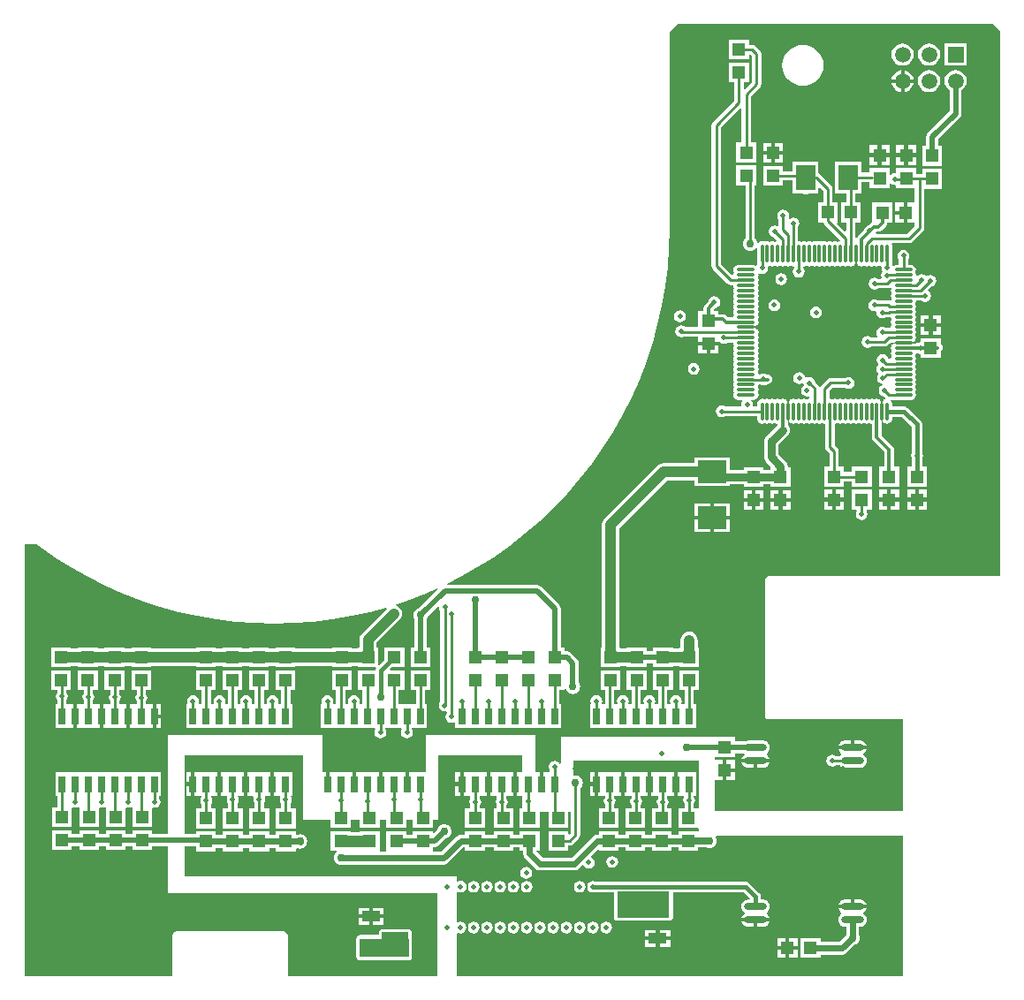
<source format=gtl>
%FSLAX25Y25*%
%MOIN*%
G70*
G01*
G75*
G04 Layer_Physical_Order=1*
G04 Layer_Color=255*
%ADD10R,0.07087X0.03937*%
%ADD11O,0.08465X0.02756*%
%ADD12R,0.05100X0.05100*%
%ADD13R,0.02559X0.06496*%
%ADD14R,0.05100X0.05100*%
%ADD15O,0.01102X0.07087*%
%ADD16O,0.07087X0.01102*%
%ADD17R,0.07480X0.09449*%
%ADD18R,0.10799X0.08500*%
%ADD19C,0.01102*%
%ADD20C,0.01000*%
%ADD21C,0.02362*%
%ADD22C,0.01500*%
%ADD23C,0.01200*%
%ADD24C,0.03000*%
%ADD25C,0.02000*%
%ADD26C,0.02500*%
%ADD27C,0.04000*%
%ADD28C,0.04331*%
%ADD29R,0.18600X0.07100*%
%ADD30R,0.10000X0.05300*%
%ADD31R,0.19700X0.10000*%
%ADD32C,0.05906*%
%ADD33R,0.05906X0.05906*%
%ADD34C,0.02000*%
%ADD35C,0.03000*%
G36*
X122203Y-4215D02*
Y-210022D01*
X35000D01*
X34434Y-210134D01*
X33955Y-210455D01*
X33634Y-210934D01*
X33522Y-211500D01*
Y-262500D01*
X33634Y-263066D01*
X33955Y-263545D01*
X34434Y-263866D01*
X35000Y-263978D01*
X85458D01*
Y-298400D01*
X14500D01*
Y-286881D01*
X14500D01*
X14650D01*
X14854Y-286881D01*
X14854Y-286881D01*
Y-286881D01*
X17711D01*
Y-283132D01*
Y-279381D01*
X14854D01*
X14854Y-279381D01*
Y-279381D01*
X14650Y-279381D01*
X14500Y-279231D01*
Y-278219D01*
X14650D01*
Y-278219D01*
X22150D01*
Y-276843D01*
X25776D01*
X25836Y-277143D01*
Y-277350D01*
X25300Y-277761D01*
X24887Y-278300D01*
X24634Y-278911D01*
X35352D01*
X35099Y-278300D01*
X34686Y-277761D01*
X34147Y-277348D01*
Y-276852D01*
X34686Y-276439D01*
X35099Y-275900D01*
X35359Y-275273D01*
X35447Y-274600D01*
X35359Y-273927D01*
X35099Y-273300D01*
X34686Y-272761D01*
X34147Y-272348D01*
X33520Y-272088D01*
X32847Y-272000D01*
X27139D01*
X26466Y-272088D01*
X25839Y-272348D01*
X25827Y-272357D01*
X22150D01*
Y-270719D01*
X14650D01*
D01*
X14650D01*
X14500Y-270569D01*
Y-270400D01*
X-43400D01*
Y-280626D01*
X-43878Y-280771D01*
X-44184Y-280314D01*
X-44911Y-279828D01*
X-45770Y-279657D01*
X-46628Y-279828D01*
X-47356Y-280314D01*
X-47842Y-281042D01*
X-48013Y-281900D01*
X-47842Y-282758D01*
X-47555Y-283188D01*
Y-283955D01*
X-48249D01*
D01*
D01*
X-48249Y-283955D01*
X-48290D01*
Y-283955D01*
X-50081D01*
Y-288404D01*
X-51459D01*
Y-283955D01*
X-53100D01*
Y-270000D01*
X-94300D01*
Y-283955D01*
X-98687D01*
X-98687Y-283955D01*
Y-283955D01*
X-99000Y-283955D01*
X-99021D01*
X-99041D01*
X-99354Y-283955D01*
X-99354Y-283955D01*
Y-283955D01*
X-100832D01*
Y-288404D01*
X-102209D01*
Y-283955D01*
X-103688D01*
X-103688Y-283955D01*
Y-283955D01*
X-104000Y-283955D01*
X-104021D01*
X-104041D01*
X-104354Y-283955D01*
X-104354Y-283955D01*
Y-283955D01*
X-108687D01*
X-108687Y-283955D01*
Y-283955D01*
X-109000Y-283955D01*
X-109021D01*
X-109041D01*
X-109354Y-283955D01*
X-109354Y-283955D01*
Y-283955D01*
X-110832D01*
Y-288404D01*
X-112209D01*
Y-283955D01*
X-113688D01*
X-113688Y-283955D01*
Y-283955D01*
X-114000Y-283955D01*
X-114021D01*
X-114041D01*
X-114354Y-283955D01*
X-114354Y-283955D01*
Y-283955D01*
X-118687D01*
X-118687Y-283955D01*
Y-283955D01*
X-119000Y-283955D01*
X-119021D01*
X-119041D01*
X-119354Y-283955D01*
X-119354Y-283955D01*
Y-283955D01*
X-120832D01*
Y-288404D01*
X-122210D01*
Y-283955D01*
X-123688D01*
X-123688Y-283955D01*
Y-283955D01*
X-124000Y-283955D01*
X-124021D01*
X-124041D01*
X-124354Y-283955D01*
X-124354Y-283955D01*
Y-283955D01*
X-129000D01*
D01*
D01*
X-129000Y-283955D01*
X-129041D01*
Y-283955D01*
X-130832D01*
Y-288404D01*
X-132210D01*
Y-283955D01*
X-133500D01*
Y-270000D01*
X-191800D01*
Y-307295D01*
X-197669D01*
Y-305788D01*
X-205169D01*
Y-307295D01*
X-207569D01*
Y-305788D01*
X-215069D01*
Y-307295D01*
X-217619D01*
Y-305788D01*
X-225119D01*
Y-307295D01*
X-227919D01*
Y-305788D01*
X-235419D01*
Y-313288D01*
X-227919D01*
Y-311781D01*
X-225119D01*
Y-313288D01*
X-217619D01*
Y-311781D01*
X-215069D01*
Y-313288D01*
X-207569D01*
Y-311781D01*
X-205169D01*
Y-313288D01*
X-197669D01*
Y-311781D01*
X-191800D01*
Y-322200D01*
Y-329600D01*
X-90100D01*
Y-355800D01*
Y-360726D01*
X-146522D01*
Y-345500D01*
X-146634Y-344934D01*
X-146955Y-344455D01*
X-147434Y-344134D01*
X-148000Y-344022D01*
X-188500D01*
X-189066Y-344134D01*
X-189545Y-344455D01*
X-189866Y-344934D01*
X-189978Y-345500D01*
Y-360726D01*
X-245841D01*
Y-197978D01*
X-241113D01*
X-240413Y-198525D01*
X-234429Y-202740D01*
X-228244Y-206656D01*
X-221876Y-210264D01*
X-215337Y-213555D01*
X-208646Y-216521D01*
X-201816Y-219155D01*
X-194866Y-221451D01*
X-187811Y-223404D01*
X-180669Y-225008D01*
X-173457Y-226259D01*
X-166192Y-227155D01*
X-158893Y-227693D01*
X-151575Y-227873D01*
X-144257Y-227693D01*
X-136957Y-227155D01*
X-129693Y-226259D01*
X-122480Y-225008D01*
X-115339Y-223404D01*
X-109412Y-221763D01*
X-109160Y-222196D01*
X-118444Y-231480D01*
X-118957Y-232148D01*
X-119279Y-232926D01*
X-119389Y-233762D01*
Y-236845D01*
X-119912D01*
Y-237367D01*
X-122283D01*
Y-236845D01*
X-129783D01*
Y-237367D01*
X-143546D01*
Y-236745D01*
X-151046D01*
Y-237367D01*
X-153579D01*
Y-236745D01*
X-161080D01*
Y-237367D01*
X-163613D01*
Y-236745D01*
X-171113D01*
Y-237367D01*
X-173646D01*
Y-236745D01*
X-181146D01*
Y-237367D01*
X-197969D01*
Y-236827D01*
X-205469D01*
Y-237367D01*
X-208084D01*
Y-236845D01*
X-215584D01*
Y-237367D01*
X-218199D01*
Y-236845D01*
X-225699D01*
Y-237367D01*
X-228315D01*
Y-236845D01*
X-235815D01*
Y-244345D01*
X-228315D01*
Y-243822D01*
X-225699D01*
Y-244345D01*
X-218199D01*
Y-243822D01*
X-215584D01*
Y-244345D01*
X-208084D01*
Y-243822D01*
X-205469D01*
Y-244327D01*
X-197969D01*
Y-243822D01*
X-181146D01*
Y-244245D01*
X-173646D01*
Y-243822D01*
X-171113D01*
Y-244245D01*
X-163613D01*
Y-243822D01*
X-161080D01*
Y-244245D01*
X-153579D01*
Y-243822D01*
X-151046D01*
Y-244245D01*
X-143546D01*
Y-243822D01*
X-129783D01*
Y-244345D01*
X-122283D01*
Y-243822D01*
X-119912D01*
Y-244345D01*
X-113367D01*
X-113131Y-244786D01*
X-113237Y-244943D01*
X-113349Y-245506D01*
X-119912D01*
Y-253006D01*
X-118306D01*
Y-258364D01*
X-118687D01*
X-118687Y-258364D01*
Y-258364D01*
X-119000Y-258364D01*
X-119021D01*
X-119041D01*
X-119129D01*
X-119446Y-257978D01*
X-119278Y-257129D01*
X-119448Y-256270D01*
X-119934Y-255542D01*
X-120662Y-255056D01*
X-121521Y-254886D01*
X-122379Y-255056D01*
X-123107Y-255542D01*
X-123593Y-256270D01*
X-123764Y-257129D01*
X-123595Y-257978D01*
X-123912Y-258364D01*
X-124000D01*
X-124021D01*
X-124041D01*
X-124354Y-258364D01*
X-124354Y-258364D01*
Y-258364D01*
X-124735D01*
Y-253006D01*
X-122283D01*
Y-245506D01*
X-129783D01*
Y-253006D01*
X-128306D01*
Y-258364D01*
X-128688D01*
X-128688Y-258364D01*
Y-258364D01*
X-129000Y-258364D01*
X-129021D01*
X-129041D01*
X-129129D01*
X-129446Y-257978D01*
X-129278Y-257129D01*
X-129448Y-256270D01*
X-129934Y-255542D01*
X-130662Y-255056D01*
X-131521Y-254886D01*
X-132379Y-255056D01*
X-133107Y-255542D01*
X-133593Y-256270D01*
X-133764Y-257129D01*
X-133595Y-257978D01*
X-133912Y-258364D01*
X-134000D01*
Y-267260D01*
X-129041D01*
Y-267260D01*
X-129000D01*
X-128688Y-267260D01*
X-128688Y-267260D01*
Y-267260D01*
X-124041D01*
Y-267260D01*
X-124000D01*
X-123688Y-267260D01*
X-123688Y-267260D01*
Y-267260D01*
X-119041D01*
Y-267260D01*
X-119000D01*
X-118687Y-267260D01*
X-118687Y-267260D01*
Y-267260D01*
X-114041D01*
X-114041Y-267260D01*
Y-267260D01*
X-114041D01*
X-114000D01*
X-113688Y-267260D01*
X-113688Y-267260D01*
Y-267260D01*
X-113595D01*
X-113359Y-267701D01*
X-113593Y-268051D01*
X-113764Y-268909D01*
X-113593Y-269768D01*
X-113107Y-270496D01*
X-112379Y-270982D01*
X-111521Y-271152D01*
X-110662Y-270982D01*
X-109934Y-270496D01*
X-109448Y-269768D01*
X-109277Y-268909D01*
X-109448Y-268051D01*
X-109735Y-267622D01*
Y-267260D01*
X-109041D01*
Y-267260D01*
X-109000D01*
X-108687Y-267260D01*
X-108687Y-267260D01*
Y-267260D01*
X-104041D01*
X-104041Y-267260D01*
Y-267260D01*
X-104041D01*
X-104000D01*
X-103688Y-267260D01*
X-103688Y-267260D01*
Y-267260D01*
X-103595D01*
X-103359Y-267701D01*
X-103593Y-268051D01*
X-103764Y-268909D01*
X-103593Y-269768D01*
X-103107Y-270496D01*
X-102379Y-270982D01*
X-101521Y-271152D01*
X-100662Y-270982D01*
X-99935Y-270496D01*
X-99448Y-269768D01*
X-99278Y-268909D01*
X-99448Y-268051D01*
X-99735Y-267622D01*
Y-267260D01*
X-99041D01*
Y-267260D01*
X-99000D01*
X-98687Y-267260D01*
X-98687Y-267260D01*
Y-267260D01*
X-94041D01*
Y-258364D01*
X-94634D01*
Y-252988D01*
X-92669D01*
Y-245488D01*
X-100169D01*
Y-252988D01*
X-98204D01*
Y-258364D01*
X-98687D01*
X-98687Y-258364D01*
Y-258364D01*
X-99000Y-258364D01*
X-99021D01*
X-99041D01*
X-99354Y-258364D01*
X-99354Y-258364D01*
Y-258364D01*
X-103688D01*
X-103688Y-258364D01*
Y-258364D01*
X-104000Y-258364D01*
X-104021D01*
X-104041D01*
X-104354Y-258364D01*
X-104354Y-258364D01*
Y-258364D01*
X-104735D01*
Y-253006D01*
X-102540D01*
Y-245506D01*
X-107737D01*
X-107928Y-245044D01*
X-107229Y-244345D01*
X-102540D01*
Y-236845D01*
X-110040D01*
Y-241533D01*
X-111950Y-243442D01*
X-112412Y-243251D01*
Y-236845D01*
X-112934D01*
Y-235099D01*
X-104218Y-226382D01*
X-103705Y-225714D01*
X-103382Y-224935D01*
X-103272Y-224100D01*
X-103382Y-223265D01*
X-103705Y-222486D01*
X-104218Y-221818D01*
X-104886Y-221305D01*
X-105665Y-220982D01*
X-106500Y-220872D01*
X-106500Y-220872D01*
X-106502Y-220863D01*
X-101334Y-219155D01*
X-94504Y-216521D01*
X-90165Y-214597D01*
X-89882Y-215010D01*
X-96917Y-222045D01*
X-97105Y-222070D01*
X-97762Y-222342D01*
X-98326Y-222774D01*
X-98759Y-223338D01*
X-99031Y-223995D01*
X-99123Y-224700D01*
X-99031Y-225405D01*
X-98759Y-226062D01*
X-98662Y-226187D01*
Y-236827D01*
X-100169D01*
Y-244327D01*
X-92669D01*
Y-236827D01*
X-94176D01*
Y-226237D01*
X-94042Y-226062D01*
X-93770Y-225405D01*
X-93745Y-225217D01*
X-89857Y-221329D01*
X-89416Y-221565D01*
X-89443Y-221700D01*
X-89272Y-222558D01*
X-88986Y-222988D01*
Y-257363D01*
X-89372Y-257942D01*
X-89543Y-258800D01*
X-89372Y-259658D01*
X-88886Y-260386D01*
X-88158Y-260872D01*
X-87300Y-261043D01*
X-86872Y-260958D01*
X-86485Y-261275D01*
Y-261563D01*
X-86872Y-262142D01*
X-87043Y-263000D01*
X-86872Y-263858D01*
X-86386Y-264586D01*
X-85658Y-265072D01*
X-84800Y-265243D01*
X-83942Y-265072D01*
X-83690Y-264904D01*
X-83249Y-265140D01*
Y-267260D01*
X-78290D01*
X-78290Y-267260D01*
Y-267260D01*
X-78290D01*
X-78249D01*
X-77937Y-267260D01*
X-77937Y-267260D01*
Y-267260D01*
X-73290D01*
Y-267260D01*
X-73249D01*
X-72937Y-267260D01*
X-72937Y-267260D01*
Y-267260D01*
X-68290D01*
Y-267260D01*
X-68249D01*
X-67937Y-267260D01*
X-67937Y-267260D01*
Y-267260D01*
X-63290D01*
Y-267260D01*
X-63249D01*
X-62937Y-267260D01*
X-62937Y-267260D01*
Y-267260D01*
X-58290D01*
Y-267260D01*
X-58249D01*
X-57937Y-267260D01*
X-57937Y-267260D01*
Y-267260D01*
X-53290D01*
Y-267260D01*
X-53249D01*
X-52937Y-267260D01*
X-52937Y-267260D01*
Y-267260D01*
X-48290D01*
Y-267260D01*
X-48249D01*
X-47937Y-267260D01*
X-47937Y-267260D01*
Y-267260D01*
X-43290D01*
Y-258364D01*
X-43911D01*
Y-253006D01*
X-41946D01*
Y-252683D01*
X-41456Y-252585D01*
X-41258Y-253062D01*
X-40826Y-253626D01*
X-40262Y-254058D01*
X-39605Y-254330D01*
X-38900Y-254423D01*
X-38195Y-254330D01*
X-37538Y-254058D01*
X-36974Y-253626D01*
X-36542Y-253062D01*
X-36270Y-252405D01*
X-36177Y-251700D01*
X-36270Y-250995D01*
X-36542Y-250338D01*
X-36657Y-250188D01*
Y-242900D01*
X-36657Y-242900D01*
X-36657Y-242900D01*
Y-242900D01*
X-36657D01*
X-36657Y-242900D01*
X-36828Y-242042D01*
X-37314Y-241314D01*
X-39619Y-239009D01*
X-40347Y-238522D01*
X-41205Y-238352D01*
X-41946D01*
Y-236845D01*
X-43453D01*
Y-222304D01*
X-43624Y-221445D01*
X-44110Y-220718D01*
X-50914Y-213914D01*
X-51642Y-213428D01*
X-52500Y-213257D01*
X-86139D01*
X-86254Y-212770D01*
X-81274Y-210264D01*
X-74905Y-206656D01*
X-68721Y-202740D01*
X-62737Y-198525D01*
X-56966Y-194021D01*
X-51423Y-189240D01*
X-46122Y-184193D01*
X-41075Y-178892D01*
X-36294Y-173349D01*
X-31790Y-167578D01*
X-27575Y-161594D01*
X-23659Y-155410D01*
X-20052Y-149041D01*
X-16760Y-142503D01*
X-13794Y-135811D01*
X-11160Y-128981D01*
X-8864Y-122031D01*
X-6911Y-114977D01*
X-5308Y-107835D01*
X-4056Y-100622D01*
X-3160Y-93358D01*
X-2622Y-86058D01*
X-2442Y-78740D01*
X-2459D01*
X-2459Y-78740D01*
Y-4549D01*
X612Y-1478D01*
X119466D01*
X122203Y-4215D01*
D02*
G37*
G36*
X-57900Y-283955D02*
X-57937D01*
X-57937D01*
D01*
X-58249D01*
X-58249D01*
X-58270D01*
X-58290D01*
X-58603Y-283955D01*
X-58603Y-283955D01*
Y-283955D01*
X-60081D01*
Y-288404D01*
Y-292851D01*
X-58290D01*
Y-292851D01*
X-58249D01*
X-58249D01*
X-57937D01*
X-57937D01*
D01*
X-57900D01*
Y-294432D01*
X-58013Y-295000D01*
X-57900Y-295567D01*
Y-297427D01*
X-58969D01*
Y-304927D01*
X-51469D01*
Y-298830D01*
X-48069D01*
Y-304927D01*
X-40569D01*
Y-298830D01*
X-39633D01*
Y-306982D01*
X-40107Y-307456D01*
X-40569Y-307264D01*
Y-306088D01*
X-48069D01*
Y-313588D01*
X-40569D01*
Y-311571D01*
X-40038D01*
X-39375Y-311439D01*
X-38812Y-311064D01*
X-38812Y-311064D01*
X-38812Y-311064D01*
X-36674Y-308926D01*
X-36299Y-308363D01*
X-36167Y-307700D01*
Y-289973D01*
X-35974Y-289826D01*
X-35542Y-289262D01*
X-35269Y-288605D01*
X-35177Y-287900D01*
X-35269Y-287195D01*
X-35542Y-286538D01*
X-35974Y-285974D01*
X-36538Y-285542D01*
X-37195Y-285269D01*
X-37900Y-285177D01*
X-38224Y-285219D01*
X-38600Y-284890D01*
Y-279609D01*
X8500D01*
Y-297427D01*
X8500D01*
X8331D01*
X8146Y-297427D01*
X8146Y-297427D01*
Y-297427D01*
X6767D01*
Y-295688D01*
X7053Y-295258D01*
X7224Y-294400D01*
X7053Y-293542D01*
X6767Y-293112D01*
Y-292851D01*
X7461D01*
Y-283955D01*
X2814D01*
X2814Y-283955D01*
Y-283955D01*
X2502Y-283955D01*
X2481D01*
X2461D01*
X2148Y-283955D01*
X2148Y-283955D01*
Y-283955D01*
X670D01*
Y-288404D01*
Y-292851D01*
X2461D01*
X2461Y-292851D01*
Y-292851D01*
X2461D01*
X2502D01*
X2814Y-292851D01*
X2814Y-292851D01*
Y-292851D01*
X2840D01*
X3076Y-293292D01*
X2909Y-293542D01*
X2738Y-294400D01*
X2909Y-295258D01*
X3196Y-295688D01*
Y-297427D01*
X831D01*
Y-304927D01*
X8146D01*
X8500Y-305280D01*
Y-306088D01*
X8331D01*
Y-306088D01*
X831D01*
Y-307410D01*
X-1569D01*
Y-306088D01*
X-9069D01*
Y-307410D01*
X-11669D01*
Y-306088D01*
X-19169D01*
Y-307410D01*
X-21669D01*
Y-306088D01*
X-29169D01*
Y-307410D01*
X-29738D01*
X-30667Y-307595D01*
X-31455Y-308121D01*
X-39406Y-316072D01*
X-50394D01*
X-52791Y-313675D01*
Y-313588D01*
X-51469D01*
Y-306088D01*
X-58969D01*
Y-307410D01*
X-61369D01*
Y-306088D01*
X-68869D01*
Y-307410D01*
X-72069D01*
Y-306088D01*
X-79569D01*
Y-307410D01*
X-81138D01*
X-82067Y-307595D01*
X-82855Y-308121D01*
X-88606Y-313872D01*
X-91769D01*
Y-313872D01*
Y-313588D01*
X-91769Y-313519D01*
X-91769Y-313519D01*
X-91769D01*
Y-312081D01*
X-91038D01*
X-90180Y-311910D01*
X-89452Y-311424D01*
X-86983Y-308955D01*
X-86795Y-308930D01*
X-86138Y-308658D01*
X-85574Y-308226D01*
X-85141Y-307662D01*
X-84869Y-307005D01*
X-84777Y-306300D01*
X-84869Y-305595D01*
X-85020Y-305232D01*
X-85099Y-304837D01*
X-85474Y-304274D01*
X-86037Y-303899D01*
X-86432Y-303820D01*
X-86795Y-303670D01*
X-87500Y-303577D01*
X-88205Y-303670D01*
X-88862Y-303942D01*
X-89426Y-304374D01*
X-89859Y-304938D01*
X-90131Y-305595D01*
X-90155Y-305783D01*
X-91307Y-306935D01*
X-91769Y-306744D01*
Y-306088D01*
X-99269D01*
Y-307595D01*
X-101769D01*
Y-306088D01*
X-109269D01*
Y-313519D01*
X-109269Y-313519D01*
X-109269D01*
X-109269Y-313588D01*
X-109553Y-313872D01*
X-111869D01*
Y-313588D01*
X-111869D01*
Y-306088D01*
X-119369D01*
Y-306444D01*
X-122769D01*
Y-306088D01*
X-130269D01*
Y-313588D01*
X-128079D01*
X-127918Y-314061D01*
X-128326Y-314374D01*
X-128758Y-314938D01*
X-129031Y-315595D01*
X-129123Y-316300D01*
X-129031Y-317005D01*
X-128758Y-317662D01*
X-128326Y-318226D01*
X-127762Y-318658D01*
X-127105Y-318931D01*
X-126400Y-319023D01*
X-125695Y-318931D01*
X-125206Y-318728D01*
X-87600D01*
X-86671Y-318543D01*
X-85883Y-318017D01*
X-85883Y-318017D01*
X-85883Y-318017D01*
X-80132Y-312266D01*
X-79569D01*
Y-313588D01*
X-72069D01*
Y-312266D01*
X-68869D01*
Y-313588D01*
X-61369D01*
Y-312266D01*
X-58969D01*
Y-313588D01*
X-57647D01*
Y-314681D01*
X-57647Y-314681D01*
X-57647D01*
X-57462Y-315610D01*
X-56936Y-316398D01*
X-53117Y-320217D01*
X-53117D01*
X-53117Y-320217D01*
X-53117Y-320217D01*
Y-320217D01*
X-52329Y-320743D01*
X-51400Y-320928D01*
X-38400D01*
X-37471Y-320743D01*
X-36683Y-320217D01*
X-35392Y-318926D01*
X-34895Y-318975D01*
X-34486Y-319586D01*
X-33758Y-320072D01*
X-32900Y-320243D01*
X-32042Y-320072D01*
X-31314Y-319586D01*
X-30828Y-318858D01*
X-30657Y-318000D01*
X-30828Y-317142D01*
X-31314Y-316414D01*
X-32042Y-315928D01*
X-32124Y-315657D01*
X-29631Y-313164D01*
X-29169Y-313356D01*
Y-313588D01*
X-21669D01*
Y-312266D01*
X-19169D01*
Y-313588D01*
X-11669D01*
Y-312266D01*
X-9069D01*
Y-313588D01*
X-1569D01*
Y-312266D01*
X831D01*
Y-313588D01*
X8331D01*
Y-312336D01*
X11613D01*
X11933Y-312469D01*
X12638Y-312561D01*
X13343Y-312469D01*
X14000Y-312196D01*
X14564Y-311764D01*
X14997Y-311200D01*
X15269Y-310543D01*
X15361Y-309838D01*
X15269Y-309133D01*
X14997Y-308476D01*
X14992Y-308470D01*
X15213Y-308022D01*
X85458D01*
Y-360726D01*
X-82700D01*
Y-344741D01*
X-82259Y-344505D01*
X-82158Y-344572D01*
X-81300Y-344743D01*
X-80442Y-344572D01*
X-79714Y-344086D01*
X-79228Y-343358D01*
X-79057Y-342500D01*
X-79228Y-341642D01*
X-79714Y-340914D01*
X-80442Y-340428D01*
X-81300Y-340257D01*
X-82158Y-340428D01*
X-82259Y-340495D01*
X-82700Y-340259D01*
Y-329344D01*
X-82259Y-329108D01*
X-82139Y-329188D01*
X-81281Y-329359D01*
X-80423Y-329188D01*
X-79695Y-328702D01*
X-79209Y-327974D01*
X-79038Y-327116D01*
X-79209Y-326257D01*
X-79695Y-325529D01*
X-80423Y-325043D01*
X-81281Y-324872D01*
X-82139Y-325043D01*
X-82259Y-325123D01*
X-82700Y-324887D01*
Y-323185D01*
Y-323116D01*
X-185300D01*
Y-311781D01*
X-181069D01*
Y-313788D01*
X-173569D01*
Y-312466D01*
X-171036D01*
Y-313788D01*
X-163536D01*
Y-312466D01*
X-161002D01*
Y-313788D01*
X-153502D01*
Y-312466D01*
X-150969D01*
Y-313788D01*
X-143469D01*
Y-312745D01*
X-143053Y-312467D01*
X-142567Y-312668D01*
X-141862Y-312761D01*
X-141157Y-312668D01*
X-140500Y-312397D01*
X-139936Y-311964D01*
X-139504Y-311400D01*
X-139232Y-310743D01*
X-139139Y-310038D01*
X-139232Y-309333D01*
X-139504Y-308676D01*
X-139936Y-308112D01*
X-140500Y-307680D01*
X-141157Y-307407D01*
X-141862Y-307315D01*
X-142567Y-307407D01*
X-143053Y-307609D01*
X-143469Y-307331D01*
Y-306288D01*
X-150969D01*
Y-307610D01*
X-153502D01*
Y-306288D01*
X-161002D01*
Y-307610D01*
X-163536D01*
Y-306288D01*
X-171036D01*
Y-307610D01*
X-173569D01*
Y-306288D01*
X-181069D01*
Y-307295D01*
X-185300D01*
Y-277500D01*
X-140600D01*
Y-286379D01*
Y-301806D01*
X-130269D01*
Y-304927D01*
X-122769D01*
Y-301806D01*
X-119369D01*
Y-304927D01*
X-111869D01*
Y-301806D01*
X-109269D01*
Y-304927D01*
X-101769D01*
Y-301806D01*
X-99269D01*
Y-304927D01*
X-91769D01*
Y-301806D01*
X-89600D01*
Y-282938D01*
Y-277500D01*
X-57900D01*
Y-283955D01*
D02*
G37*
%LPC*%
G36*
X22150Y-283820D02*
X19089D01*
Y-286881D01*
X22150D01*
Y-283820D01*
D02*
G37*
G36*
X-81459Y-283955D02*
X-83249D01*
Y-287714D01*
X-81459D01*
Y-283955D01*
D02*
G37*
G36*
X-30708D02*
X-32498D01*
Y-287714D01*
X-30708D01*
Y-283955D01*
D02*
G37*
G36*
X-174438Y-283955D02*
Y-283955D01*
X-174751Y-283955D01*
X-174771D01*
X-174792D01*
X-175104Y-283955D01*
X-175104Y-283955D01*
Y-283955D01*
X-179438D01*
X-179438Y-283955D01*
Y-283955D01*
X-179751Y-283955D01*
X-179771D01*
X-179792D01*
X-180104Y-283955D01*
X-180104Y-283955D01*
Y-283955D01*
X-181582D01*
Y-288404D01*
Y-292851D01*
X-179792D01*
X-179792Y-292851D01*
Y-292851D01*
X-179792D01*
X-179751D01*
X-179438Y-292851D01*
X-179438Y-292851D01*
Y-292851D01*
X-179005D01*
Y-293334D01*
X-179344Y-293842D01*
X-179514Y-294700D01*
X-179344Y-295558D01*
X-179005Y-296066D01*
Y-297627D01*
X-181069D01*
Y-305127D01*
X-173569D01*
Y-297627D01*
X-175538D01*
Y-296066D01*
X-175199Y-295558D01*
X-175028Y-294700D01*
X-175199Y-293842D01*
X-175538Y-293334D01*
Y-292851D01*
X-174792D01*
Y-292851D01*
X-174751D01*
X-174438Y-292851D01*
X-174438Y-292851D01*
Y-292851D01*
X-172960D01*
Y-288404D01*
Y-283955D01*
X-174438D01*
X-174438Y-283955D01*
D02*
G37*
G36*
X-164438D02*
Y-283955D01*
X-164751Y-283955D01*
X-164771D01*
X-164792D01*
X-165104Y-283955D01*
X-165104Y-283955D01*
Y-283955D01*
X-169438D01*
X-169438Y-283955D01*
Y-283955D01*
X-169751Y-283955D01*
X-169771D01*
X-169792D01*
X-170104Y-283955D01*
X-170104Y-283955D01*
Y-283955D01*
X-171582D01*
Y-288404D01*
Y-292851D01*
X-169792D01*
X-169792Y-292851D01*
Y-292851D01*
X-169792D01*
X-169751D01*
X-169479Y-292851D01*
X-169244Y-293292D01*
X-169344Y-293442D01*
X-169514Y-294300D01*
X-169344Y-295158D01*
X-169005Y-295666D01*
Y-297627D01*
X-171036D01*
Y-305127D01*
X-163536D01*
Y-297627D01*
X-165538D01*
Y-295666D01*
X-165199Y-295158D01*
X-165028Y-294300D01*
X-165199Y-293442D01*
X-165538Y-292934D01*
Y-292851D01*
X-164792D01*
Y-292851D01*
X-164751D01*
X-164438Y-292851D01*
X-164438Y-292851D01*
Y-292851D01*
X-162960D01*
Y-288404D01*
Y-283955D01*
X-164438D01*
X-164438Y-283955D01*
D02*
G37*
G36*
X-209239Y-283955D02*
Y-283955D01*
X-213886D01*
X-213886Y-283955D01*
Y-283955D01*
X-214198Y-283955D01*
X-214219D01*
X-214239D01*
X-214552Y-283955D01*
X-214552Y-283955D01*
Y-283955D01*
X-218886D01*
X-218886Y-283955D01*
Y-283955D01*
X-219198Y-283955D01*
X-219219D01*
X-219239D01*
X-219552Y-283955D01*
X-219552Y-283955D01*
Y-283955D01*
X-223886D01*
X-223886Y-283955D01*
Y-283955D01*
X-224199Y-283955D01*
X-224219D01*
X-224239D01*
X-224552Y-283955D01*
X-224552Y-283955D01*
Y-283955D01*
X-228886D01*
X-228886Y-283955D01*
Y-283955D01*
X-229199Y-283955D01*
X-229219D01*
X-229239D01*
X-229552Y-283955D01*
X-229552Y-283955D01*
Y-283955D01*
X-234198D01*
Y-292851D01*
X-233452D01*
Y-297127D01*
X-235419D01*
Y-304627D01*
X-227919D01*
Y-297665D01*
X-227645Y-297255D01*
X-227533Y-297162D01*
X-226719Y-297324D01*
X-225861Y-297153D01*
X-225560Y-296953D01*
X-225119Y-297188D01*
X-225119Y-297322D01*
D01*
Y-304627D01*
X-217619D01*
Y-297539D01*
X-217232Y-297222D01*
X-216719Y-297324D01*
X-215861Y-297153D01*
X-215510Y-296919D01*
X-215069Y-297155D01*
X-215069Y-297289D01*
D01*
Y-304627D01*
X-207569D01*
Y-297549D01*
X-207183Y-297232D01*
X-206719Y-297324D01*
X-205861Y-297153D01*
X-205610Y-296986D01*
X-205444Y-297075D01*
Y-297075D01*
X-205169Y-297222D01*
X-205169Y-297356D01*
D01*
Y-304627D01*
X-197669D01*
Y-297529D01*
X-197283Y-297212D01*
X-196719Y-297324D01*
X-195861Y-297153D01*
X-195133Y-296667D01*
X-194647Y-295939D01*
X-194476Y-295081D01*
X-194647Y-294223D01*
X-194933Y-293793D01*
Y-292851D01*
X-194239D01*
Y-283955D01*
X-198886D01*
X-198886Y-283955D01*
Y-283955D01*
X-199198Y-283955D01*
X-199219D01*
X-199239D01*
X-199552Y-283955D01*
X-199552Y-283955D01*
Y-283955D01*
X-203886D01*
X-203886Y-283955D01*
Y-283955D01*
X-204199Y-283955D01*
X-204219D01*
X-204239D01*
X-204552Y-283955D01*
X-204552Y-283955D01*
Y-283955D01*
X-209198D01*
D01*
D01*
X-209198Y-283955D01*
X-209239D01*
D02*
G37*
G36*
X-149438Y-283955D02*
Y-283955D01*
X-149751Y-283955D01*
X-149771D01*
X-149792D01*
X-150104Y-283955D01*
X-150104Y-283955D01*
Y-283955D01*
X-151582D01*
Y-288404D01*
Y-292851D01*
X-149792D01*
X-149792Y-292851D01*
Y-292851D01*
X-149792D01*
X-149751D01*
X-149479Y-292851D01*
X-149243Y-293292D01*
X-149344Y-293442D01*
X-149514Y-294300D01*
X-149344Y-295158D01*
X-149057Y-295588D01*
Y-297627D01*
X-150969D01*
Y-305127D01*
X-143469D01*
Y-297627D01*
X-145486D01*
Y-295588D01*
X-145199Y-295158D01*
X-145028Y-294300D01*
X-145199Y-293442D01*
X-145486Y-293012D01*
Y-292851D01*
X-144792D01*
Y-283955D01*
X-149438D01*
X-149438Y-283955D01*
D02*
G37*
G36*
X-182960Y-283955D02*
X-184751D01*
Y-287714D01*
X-182960D01*
Y-283955D01*
D02*
G37*
G36*
X-56500Y-319657D02*
X-57358Y-319828D01*
X-58086Y-320314D01*
X-58572Y-321042D01*
X-58743Y-321900D01*
X-58572Y-322758D01*
X-58086Y-323486D01*
X-57358Y-323972D01*
X-56500Y-324143D01*
X-55642Y-323972D01*
X-54914Y-323486D01*
X-54428Y-322758D01*
X-54257Y-321900D01*
X-54428Y-321042D01*
X-54914Y-320314D01*
X-55642Y-319828D01*
X-56500Y-319657D01*
D02*
G37*
G36*
X-56300Y-324903D02*
X-57158Y-325073D01*
X-57886Y-325559D01*
X-58372Y-326287D01*
X-58543Y-327146D01*
X-58372Y-328004D01*
X-57886Y-328732D01*
X-57158Y-329218D01*
X-56300Y-329389D01*
X-55442Y-329218D01*
X-54714Y-328732D01*
X-54228Y-328004D01*
X-54057Y-327146D01*
X-54228Y-326287D01*
X-54714Y-325559D01*
X-55442Y-325073D01*
X-56300Y-324903D01*
D02*
G37*
G36*
X-61300D02*
X-62158Y-325073D01*
X-62886Y-325559D01*
X-63372Y-326287D01*
X-63543Y-327146D01*
X-63372Y-328004D01*
X-62886Y-328732D01*
X-62158Y-329218D01*
X-61300Y-329389D01*
X-60442Y-329218D01*
X-59714Y-328732D01*
X-59228Y-328004D01*
X-59057Y-327146D01*
X-59228Y-326287D01*
X-59714Y-325559D01*
X-60442Y-325073D01*
X-61300Y-324903D01*
D02*
G37*
G36*
X-24100Y-315557D02*
X-24958Y-315728D01*
X-25686Y-316214D01*
X-26172Y-316942D01*
X-26343Y-317800D01*
X-26172Y-318658D01*
X-25686Y-319386D01*
X-24958Y-319872D01*
X-24100Y-320043D01*
X-23242Y-319872D01*
X-22514Y-319386D01*
X-22028Y-318658D01*
X-21857Y-317800D01*
X-22028Y-316942D01*
X-22514Y-316214D01*
X-23242Y-315728D01*
X-24100Y-315557D01*
D02*
G37*
G36*
X-30708Y-289092D02*
X-32498D01*
Y-292851D01*
X-30708D01*
Y-289092D01*
D02*
G37*
G36*
X-81459D02*
X-83249D01*
Y-292851D01*
X-81459D01*
Y-289092D01*
D02*
G37*
G36*
X-182960D02*
X-184751D01*
Y-292851D01*
X-182960D01*
Y-289092D01*
D02*
G37*
G36*
X-154438Y-283955D02*
Y-283955D01*
X-154751Y-283955D01*
X-154771D01*
X-154792D01*
X-155104Y-283955D01*
X-155104Y-283955D01*
Y-283955D01*
X-159438D01*
X-159438Y-283955D01*
Y-283955D01*
X-159751Y-283955D01*
X-159771D01*
X-159792D01*
X-160104Y-283955D01*
X-160104Y-283955D01*
Y-283955D01*
X-161582D01*
Y-288404D01*
Y-292851D01*
X-159792D01*
X-159792Y-292851D01*
Y-292851D01*
X-159792D01*
X-159751D01*
X-159553D01*
X-159344Y-293242D01*
X-159514Y-294100D01*
X-159344Y-294958D01*
X-159057Y-295388D01*
Y-297627D01*
X-161002D01*
Y-305127D01*
X-153502D01*
Y-297627D01*
X-155486D01*
Y-295388D01*
X-155199Y-294958D01*
X-155028Y-294100D01*
X-155199Y-293242D01*
X-154990Y-292851D01*
X-154792D01*
Y-292851D01*
X-154751D01*
X-154438Y-292851D01*
X-154438Y-292851D01*
Y-292851D01*
X-152960D01*
Y-288404D01*
Y-283955D01*
X-154438D01*
X-154438Y-283955D01*
D02*
G37*
G36*
X69461Y-272000D02*
X67296D01*
Y-273911D01*
X71966D01*
X71713Y-273300D01*
X71300Y-272761D01*
X70762Y-272348D01*
X70134Y-272088D01*
X69461Y-272000D01*
D02*
G37*
G36*
X-228315Y-245506D02*
X-235815D01*
Y-253006D01*
X-233504D01*
Y-254012D01*
X-233791Y-254442D01*
X-233962Y-255300D01*
X-233791Y-256158D01*
X-233504Y-256588D01*
Y-258364D01*
X-234198D01*
Y-267260D01*
X-229239D01*
Y-267260D01*
X-229199D01*
X-228886Y-267260D01*
X-228886Y-267260D01*
Y-267260D01*
X-227408D01*
Y-262813D01*
Y-258364D01*
X-228886D01*
X-228886Y-258364D01*
Y-258364D01*
X-229199Y-258364D01*
X-229219D01*
X-229239D01*
X-229552Y-258364D01*
X-229552Y-258364D01*
Y-258364D01*
X-229934D01*
Y-256588D01*
X-229647Y-256158D01*
X-229476Y-255300D01*
X-229647Y-254442D01*
X-229934Y-254012D01*
Y-253006D01*
X-228315D01*
Y-245506D01*
D02*
G37*
G36*
X71966Y-275289D02*
X61248D01*
X61501Y-275900D01*
X61914Y-276439D01*
X62450Y-276850D01*
Y-277350D01*
X61914Y-277761D01*
X61873Y-277815D01*
X60288D01*
X59858Y-277528D01*
X59000Y-277357D01*
X58142Y-277528D01*
X57414Y-278014D01*
X56928Y-278742D01*
X56757Y-279600D01*
X56928Y-280458D01*
X57414Y-281186D01*
X58142Y-281672D01*
X59000Y-281843D01*
X59858Y-281672D01*
X60288Y-281385D01*
X61873D01*
X61914Y-281439D01*
X62453Y-281852D01*
X63080Y-282112D01*
X63753Y-282200D01*
X69461D01*
X70134Y-282112D01*
X70762Y-281852D01*
X71300Y-281439D01*
X71713Y-280900D01*
X71973Y-280273D01*
X72062Y-279600D01*
X71973Y-278927D01*
X71713Y-278300D01*
X71300Y-277761D01*
X70762Y-277348D01*
Y-276852D01*
X71300Y-276439D01*
X71713Y-275900D01*
X71966Y-275289D01*
D02*
G37*
G36*
X65918Y-272000D02*
X63753D01*
X63080Y-272088D01*
X62453Y-272348D01*
X61914Y-272761D01*
X61501Y-273300D01*
X61248Y-273911D01*
X65918D01*
Y-272000D01*
D02*
G37*
G36*
X-218199Y-245506D02*
X-225699D01*
Y-253006D01*
X-223504D01*
Y-254212D01*
X-223791Y-254642D01*
X-223962Y-255500D01*
X-223791Y-256358D01*
X-223504Y-256788D01*
Y-258364D01*
X-223886D01*
X-223886Y-258364D01*
Y-258364D01*
X-224199Y-258364D01*
X-224219D01*
X-224239D01*
X-224552Y-258364D01*
X-224552Y-258364D01*
Y-258364D01*
X-226030D01*
Y-262813D01*
Y-267260D01*
X-224239D01*
Y-267260D01*
X-224199D01*
X-223886Y-267260D01*
X-223886Y-267260D01*
Y-267260D01*
X-219239D01*
Y-267260D01*
X-219198D01*
X-218886Y-267260D01*
X-218886Y-267260D01*
Y-267260D01*
X-217408D01*
Y-262813D01*
Y-258364D01*
X-218886D01*
X-218886Y-258364D01*
Y-258364D01*
X-219198Y-258364D01*
X-219219D01*
X-219239D01*
X-219552Y-258364D01*
X-219552Y-258364D01*
Y-258364D01*
X-219934D01*
Y-256788D01*
X-219647Y-256358D01*
X-219476Y-255500D01*
X-219647Y-254642D01*
X-219934Y-254212D01*
Y-253006D01*
X-218199D01*
Y-245506D01*
D02*
G37*
G36*
X-208084D02*
X-215584D01*
Y-253006D01*
X-213504D01*
Y-254412D01*
X-213791Y-254842D01*
X-213962Y-255700D01*
X-213791Y-256558D01*
X-213504Y-256988D01*
Y-258364D01*
X-213886D01*
X-213886Y-258364D01*
Y-258364D01*
X-214198Y-258364D01*
X-214219D01*
X-214239D01*
X-214552Y-258364D01*
X-214552Y-258364D01*
Y-258364D01*
X-216030D01*
Y-262813D01*
Y-267260D01*
X-214239D01*
Y-267260D01*
X-214198D01*
X-213886Y-267260D01*
X-213886Y-267260D01*
Y-267260D01*
X-209239D01*
Y-267260D01*
X-209198D01*
X-208886Y-267260D01*
X-208886Y-267260D01*
Y-267260D01*
X-207408D01*
Y-262813D01*
Y-258364D01*
X-208886D01*
X-208886Y-258364D01*
Y-258364D01*
X-209198Y-258364D01*
X-209219D01*
X-209239D01*
X-209552Y-258364D01*
X-209552Y-258364D01*
Y-258364D01*
X-209933D01*
Y-256988D01*
X-209647Y-256558D01*
X-209476Y-255700D01*
X-209647Y-254842D01*
X-209933Y-254412D01*
Y-253006D01*
X-208084D01*
Y-245506D01*
D02*
G37*
G36*
X-194239Y-263501D02*
X-196030D01*
Y-267260D01*
X-194239D01*
Y-263501D01*
D02*
G37*
G36*
Y-258364D02*
X-196030D01*
Y-262123D01*
X-194239D01*
Y-258364D01*
D02*
G37*
G36*
X-22186Y-283955D02*
Y-283955D01*
X-22499Y-283955D01*
X-22519D01*
X-22539D01*
X-22852Y-283955D01*
X-22852Y-283955D01*
Y-283955D01*
X-27186D01*
X-27186Y-283955D01*
Y-283955D01*
X-27498Y-283955D01*
X-27519D01*
X-27540D01*
X-27852Y-283955D01*
X-27852Y-283955D01*
Y-283955D01*
X-29330D01*
Y-288404D01*
Y-292851D01*
X-27540D01*
X-27540Y-292851D01*
Y-292851D01*
X-27540D01*
X-27498D01*
X-27186Y-292851D01*
X-27186Y-292851D01*
Y-292851D01*
X-26805D01*
Y-293412D01*
X-27091Y-293842D01*
X-27262Y-294700D01*
X-27091Y-295558D01*
X-26805Y-295988D01*
Y-297427D01*
X-29169D01*
Y-304927D01*
X-21669D01*
Y-297427D01*
X-23234D01*
Y-295988D01*
X-22947Y-295558D01*
X-22776Y-294700D01*
X-22947Y-293842D01*
X-23234Y-293412D01*
Y-292851D01*
X-22539D01*
Y-292851D01*
X-22499D01*
X-22186Y-292851D01*
X-22186Y-292851D01*
Y-292851D01*
X-20708D01*
Y-288404D01*
Y-283955D01*
X-22186D01*
X-22186Y-283955D01*
D02*
G37*
G36*
X-12186D02*
Y-283955D01*
X-12499Y-283955D01*
X-12519D01*
X-12539D01*
X-12852Y-283955D01*
X-12852Y-283955D01*
Y-283955D01*
X-17186D01*
X-17186Y-283955D01*
Y-283955D01*
X-17499Y-283955D01*
X-17519D01*
X-17539D01*
X-17852Y-283955D01*
X-17852Y-283955D01*
Y-283955D01*
X-19330D01*
Y-288404D01*
Y-292851D01*
X-17539D01*
X-17539Y-292851D01*
Y-292851D01*
X-17539D01*
X-17499D01*
X-17186Y-292851D01*
X-17186Y-292851D01*
Y-292851D01*
X-16804D01*
Y-293612D01*
X-17091Y-294042D01*
X-17262Y-294900D01*
X-17091Y-295758D01*
X-16804Y-296188D01*
Y-297427D01*
X-19169D01*
Y-304927D01*
X-11669D01*
Y-297427D01*
X-13234D01*
Y-296188D01*
X-12947Y-295758D01*
X-12776Y-294900D01*
X-12947Y-294042D01*
X-13234Y-293612D01*
Y-292851D01*
X-12539D01*
Y-292851D01*
X-12499D01*
X-12186Y-292851D01*
X-12186Y-292851D01*
Y-292851D01*
X-10708D01*
Y-288404D01*
Y-283955D01*
X-12186D01*
X-12186Y-283955D01*
D02*
G37*
G36*
X-72937D02*
Y-283955D01*
X-73249Y-283955D01*
X-73270D01*
X-73290D01*
X-73603Y-283955D01*
X-73603Y-283955D01*
Y-283955D01*
X-77937D01*
X-77937Y-283955D01*
Y-283955D01*
X-78249Y-283955D01*
X-78270D01*
X-78290D01*
X-78603Y-283955D01*
X-78603Y-283955D01*
Y-283955D01*
X-80081D01*
Y-288404D01*
Y-292851D01*
X-78290D01*
X-78290Y-292851D01*
Y-292851D01*
X-78290D01*
X-78249D01*
X-77937Y-292851D01*
X-77937Y-292851D01*
Y-292851D01*
X-77555D01*
Y-293812D01*
X-77842Y-294242D01*
X-78013Y-295100D01*
X-77842Y-295958D01*
X-77555Y-296388D01*
Y-297427D01*
X-79569D01*
Y-304927D01*
X-72069D01*
Y-297427D01*
X-73984D01*
Y-296388D01*
X-73697Y-295958D01*
X-73527Y-295100D01*
X-73697Y-294242D01*
X-73984Y-293812D01*
Y-292851D01*
X-73290D01*
Y-292851D01*
X-73249D01*
X-72937Y-292851D01*
X-72937Y-292851D01*
Y-292851D01*
X-71459D01*
Y-288404D01*
Y-283955D01*
X-72937D01*
X-72937Y-283955D01*
D02*
G37*
G36*
X-62937D02*
Y-283955D01*
X-63249Y-283955D01*
X-63270D01*
X-63290D01*
X-63603Y-283955D01*
X-63603Y-283955D01*
Y-283955D01*
X-67937D01*
X-67937Y-283955D01*
Y-283955D01*
X-68249Y-283955D01*
X-68270D01*
X-68290D01*
X-68603Y-283955D01*
X-68603Y-283955D01*
Y-283955D01*
X-70081D01*
Y-288404D01*
Y-292851D01*
X-68290D01*
X-68290Y-292851D01*
Y-292851D01*
X-68290D01*
X-68249D01*
X-67937Y-292851D01*
X-67937Y-292851D01*
Y-292851D01*
X-67555D01*
Y-293812D01*
X-67842Y-294242D01*
X-68013Y-295100D01*
X-67842Y-295958D01*
X-67555Y-296388D01*
Y-297427D01*
X-68869D01*
Y-304927D01*
X-61369D01*
Y-297427D01*
X-63984D01*
Y-296388D01*
X-63697Y-295958D01*
X-63527Y-295100D01*
X-63697Y-294242D01*
X-63984Y-293812D01*
Y-292851D01*
X-63290D01*
Y-292851D01*
X-63249D01*
X-62937Y-292851D01*
X-62937Y-292851D01*
Y-292851D01*
X-61459D01*
Y-288404D01*
Y-283955D01*
X-62937D01*
X-62937Y-283955D01*
D02*
G37*
G36*
X29304Y-280289D02*
X24634D01*
X24887Y-280900D01*
X25300Y-281439D01*
X25839Y-281852D01*
X26466Y-282112D01*
X27139Y-282200D01*
X29304D01*
Y-280289D01*
D02*
G37*
G36*
X35352D02*
X30682D01*
Y-282200D01*
X32847D01*
X33520Y-282112D01*
X34147Y-281852D01*
X34686Y-281439D01*
X35099Y-280900D01*
X35352Y-280289D01*
D02*
G37*
G36*
X-2186Y-283955D02*
Y-283955D01*
X-2499Y-283955D01*
X-2519D01*
X-2540D01*
X-2852Y-283955D01*
X-2852Y-283955D01*
Y-283955D01*
X-7186D01*
X-7186Y-283955D01*
Y-283955D01*
X-7498Y-283955D01*
X-7519D01*
X-7540D01*
X-7852Y-283955D01*
X-7852Y-283955D01*
Y-283955D01*
X-9330D01*
Y-288404D01*
Y-292851D01*
X-7540D01*
X-7540Y-292851D01*
Y-292851D01*
X-7540D01*
X-7498D01*
X-7186Y-292851D01*
X-7186Y-292851D01*
Y-292851D01*
X-6752D01*
Y-293734D01*
X-7091Y-294242D01*
X-7262Y-295100D01*
X-7091Y-295958D01*
X-6752Y-296466D01*
Y-297427D01*
X-9069D01*
Y-304927D01*
X-1569D01*
Y-297427D01*
X-3286D01*
Y-296466D01*
X-2947Y-295958D01*
X-2776Y-295100D01*
X-2947Y-294242D01*
X-3286Y-293734D01*
Y-292851D01*
X-2540D01*
Y-292851D01*
X-2499D01*
X-2186Y-292851D01*
X-2186Y-292851D01*
Y-292851D01*
X-708D01*
Y-288404D01*
Y-283955D01*
X-2186D01*
X-2186Y-283955D01*
D02*
G37*
G36*
X22150Y-279381D02*
X19089D01*
Y-282442D01*
X22150D01*
Y-279381D01*
D02*
G37*
G36*
X-36300Y-340257D02*
X-37158Y-340428D01*
X-37886Y-340914D01*
X-38372Y-341642D01*
X-38543Y-342500D01*
X-38372Y-343358D01*
X-37886Y-344086D01*
X-37158Y-344572D01*
X-36300Y-344743D01*
X-35442Y-344572D01*
X-34714Y-344086D01*
X-34228Y-343358D01*
X-34057Y-342500D01*
X-34228Y-341642D01*
X-34714Y-340914D01*
X-35442Y-340428D01*
X-36300Y-340257D01*
D02*
G37*
G36*
X-66300Y-340257D02*
X-67158Y-340428D01*
X-67886Y-340914D01*
X-68372Y-341642D01*
X-68543Y-342500D01*
X-68372Y-343358D01*
X-67886Y-344086D01*
X-67158Y-344572D01*
X-66300Y-344743D01*
X-65442Y-344572D01*
X-64714Y-344086D01*
X-64228Y-343358D01*
X-64057Y-342500D01*
X-64228Y-341642D01*
X-64714Y-340914D01*
X-65442Y-340428D01*
X-66300Y-340257D01*
D02*
G37*
G36*
X-2157Y-343427D02*
X-6211D01*
Y-345906D01*
X-2157D01*
Y-343427D01*
D02*
G37*
G36*
X-61300Y-340257D02*
X-62158Y-340428D01*
X-62886Y-340914D01*
X-63372Y-341642D01*
X-63543Y-342500D01*
X-63372Y-343358D01*
X-62886Y-344086D01*
X-62158Y-344572D01*
X-61300Y-344743D01*
X-60442Y-344572D01*
X-59714Y-344086D01*
X-59228Y-343358D01*
X-59057Y-342500D01*
X-59228Y-341642D01*
X-59714Y-340914D01*
X-60442Y-340428D01*
X-61300Y-340257D01*
D02*
G37*
G36*
X-31300Y-340257D02*
X-32158Y-340428D01*
X-32886Y-340914D01*
X-33372Y-341642D01*
X-33543Y-342500D01*
X-33372Y-343358D01*
X-32886Y-344086D01*
X-32158Y-344572D01*
X-31300Y-344743D01*
X-30442Y-344572D01*
X-29714Y-344086D01*
X-29228Y-343358D01*
X-29057Y-342500D01*
X-29228Y-341642D01*
X-29714Y-340914D01*
X-30442Y-340428D01*
X-31300Y-340257D01*
D02*
G37*
G36*
X-76300Y-340257D02*
X-77158Y-340428D01*
X-77886Y-340914D01*
X-78372Y-341642D01*
X-78543Y-342500D01*
X-78372Y-343358D01*
X-77886Y-344086D01*
X-77158Y-344572D01*
X-76300Y-344743D01*
X-75442Y-344572D01*
X-74714Y-344086D01*
X-74228Y-343358D01*
X-74057Y-342500D01*
X-74228Y-341642D01*
X-74714Y-340914D01*
X-75442Y-340428D01*
X-76300Y-340257D01*
D02*
G37*
G36*
X-56300Y-340257D02*
X-57158Y-340428D01*
X-57886Y-340914D01*
X-58372Y-341642D01*
X-58543Y-342500D01*
X-58372Y-343358D01*
X-57886Y-344086D01*
X-57158Y-344572D01*
X-56300Y-344743D01*
X-55442Y-344572D01*
X-54714Y-344086D01*
X-54228Y-343358D01*
X-54057Y-342500D01*
X-54228Y-341642D01*
X-54714Y-340914D01*
X-55442Y-340428D01*
X-56300Y-340257D01*
D02*
G37*
G36*
X-41300D02*
X-42158Y-340428D01*
X-42886Y-340914D01*
X-43372Y-341642D01*
X-43543Y-342500D01*
X-43372Y-343358D01*
X-42886Y-344086D01*
X-42158Y-344572D01*
X-41300Y-344743D01*
X-40442Y-344572D01*
X-39714Y-344086D01*
X-39228Y-343358D01*
X-39057Y-342500D01*
X-39228Y-341642D01*
X-39714Y-340914D01*
X-40442Y-340428D01*
X-41300Y-340257D01*
D02*
G37*
G36*
X-7589Y-343427D02*
X-11643D01*
Y-345906D01*
X-7589D01*
Y-343427D01*
D02*
G37*
G36*
X45819Y-350989D02*
X42758D01*
Y-354050D01*
X45819D01*
Y-350989D01*
D02*
G37*
G36*
X-7589Y-347284D02*
X-11643D01*
Y-349764D01*
X-7589D01*
Y-347284D01*
D02*
G37*
G36*
X-100900Y-343177D02*
X-110900D01*
X-111368Y-343270D01*
X-111765Y-343535D01*
X-112030Y-343932D01*
X-112124Y-344400D01*
Y-345376D01*
X-119400D01*
X-119868Y-345470D01*
X-120265Y-345735D01*
X-120530Y-346132D01*
X-120624Y-346600D01*
Y-353700D01*
X-120530Y-354168D01*
X-120265Y-354565D01*
X-119868Y-354830D01*
X-119400Y-354924D01*
X-100800D01*
X-100332Y-354830D01*
X-99935Y-354565D01*
X-99670Y-354168D01*
X-99576Y-353700D01*
Y-346600D01*
X-99670Y-346132D01*
X-99677Y-346122D01*
Y-345698D01*
X-99657Y-345600D01*
X-99677Y-345501D01*
Y-344400D01*
X-99770Y-343932D01*
X-100035Y-343535D01*
X-100432Y-343270D01*
X-100900Y-343177D01*
D02*
G37*
G36*
X41380Y-350989D02*
X38319D01*
Y-354050D01*
X41380D01*
Y-350989D01*
D02*
G37*
G36*
X45819Y-346550D02*
X42758D01*
Y-349611D01*
X45819D01*
Y-346550D01*
D02*
G37*
G36*
X71966Y-335289D02*
X61248D01*
X61501Y-335900D01*
X61914Y-336439D01*
X62450Y-336850D01*
Y-337350D01*
X61914Y-337761D01*
X61501Y-338300D01*
X61241Y-338927D01*
X61153Y-339600D01*
X61241Y-340273D01*
X61501Y-340900D01*
X61914Y-341439D01*
X62453Y-341852D01*
X63080Y-342112D01*
X63753Y-342200D01*
X64179D01*
Y-345199D01*
X64046Y-345521D01*
X61694Y-347872D01*
X54481D01*
Y-346550D01*
X46981D01*
Y-354050D01*
X54481D01*
Y-352728D01*
X62700D01*
X63629Y-352543D01*
X64417Y-352017D01*
X67479Y-348954D01*
X67969Y-348751D01*
X68533Y-348319D01*
X68966Y-347755D01*
X69238Y-347098D01*
X69330Y-346393D01*
X69238Y-345688D01*
X69035Y-345199D01*
Y-342200D01*
X69461D01*
X70134Y-342112D01*
X70762Y-341852D01*
X71300Y-341439D01*
X71713Y-340900D01*
X71973Y-340273D01*
X72062Y-339600D01*
X71973Y-338927D01*
X71713Y-338300D01*
X71300Y-337761D01*
X70762Y-337348D01*
Y-336852D01*
X71300Y-336439D01*
X71713Y-335900D01*
X71966Y-335289D01*
D02*
G37*
G36*
X-2157Y-347284D02*
X-6211D01*
Y-349764D01*
X-2157D01*
Y-347284D01*
D02*
G37*
G36*
X41380Y-346550D02*
X38319D01*
Y-349611D01*
X41380D01*
Y-346550D01*
D02*
G37*
G36*
X65918Y-332000D02*
X63753D01*
X63080Y-332088D01*
X62453Y-332348D01*
X61914Y-332761D01*
X61501Y-333300D01*
X61248Y-333911D01*
X65918D01*
Y-332000D01*
D02*
G37*
G36*
X69461D02*
X67296D01*
Y-333911D01*
X71966D01*
X71713Y-333300D01*
X71300Y-332761D01*
X70762Y-332348D01*
X70134Y-332088D01*
X69461Y-332000D01*
D02*
G37*
G36*
X-115689Y-335136D02*
X-119743D01*
Y-337616D01*
X-115689D01*
Y-335136D01*
D02*
G37*
G36*
X-110257D02*
X-114311D01*
Y-337616D01*
X-110257D01*
Y-335136D01*
D02*
G37*
G36*
X-36300Y-324903D02*
X-37158Y-325073D01*
X-37886Y-325560D01*
X-38372Y-326287D01*
X-38543Y-327146D01*
X-38372Y-328004D01*
X-37886Y-328732D01*
X-37158Y-329218D01*
X-36300Y-329389D01*
X-35442Y-329218D01*
X-34714Y-328732D01*
X-34228Y-328004D01*
X-34057Y-327146D01*
X-34228Y-326287D01*
X-34714Y-325560D01*
X-35442Y-325073D01*
X-36300Y-324903D01*
D02*
G37*
G36*
X-66300Y-324903D02*
X-67158Y-325073D01*
X-67886Y-325559D01*
X-68372Y-326287D01*
X-68543Y-327146D01*
X-68372Y-328004D01*
X-67886Y-328732D01*
X-67158Y-329218D01*
X-66300Y-329389D01*
X-65442Y-329218D01*
X-64714Y-328732D01*
X-64228Y-328004D01*
X-64057Y-327146D01*
X-64228Y-326287D01*
X-64714Y-325559D01*
X-65442Y-325073D01*
X-66300Y-324903D01*
D02*
G37*
G36*
X-76300Y-324903D02*
X-77158Y-325073D01*
X-77886Y-325560D01*
X-78372Y-326287D01*
X-78543Y-327146D01*
X-78372Y-328004D01*
X-77886Y-328732D01*
X-77158Y-329218D01*
X-76300Y-329389D01*
X-75442Y-329218D01*
X-74714Y-328732D01*
X-74228Y-328004D01*
X-74057Y-327146D01*
X-74228Y-326287D01*
X-74714Y-325560D01*
X-75442Y-325073D01*
X-76300Y-324903D01*
D02*
G37*
G36*
X-71300D02*
X-72158Y-325073D01*
X-72886Y-325560D01*
X-73372Y-326287D01*
X-73543Y-327146D01*
X-73372Y-328004D01*
X-72886Y-328732D01*
X-72158Y-329218D01*
X-71300Y-329389D01*
X-70442Y-329218D01*
X-69714Y-328732D01*
X-69228Y-328004D01*
X-69057Y-327146D01*
X-69228Y-326287D01*
X-69714Y-325560D01*
X-70442Y-325073D01*
X-71300Y-324903D01*
D02*
G37*
G36*
X-31300Y-324903D02*
X-32158Y-325073D01*
X-32886Y-325559D01*
X-33372Y-326287D01*
X-33543Y-327146D01*
X-33372Y-328004D01*
X-32886Y-328732D01*
X-32158Y-329218D01*
X-31300Y-329389D01*
X-30442Y-329218D01*
X-30316Y-329134D01*
X-23324D01*
Y-338800D01*
X-23230Y-339268D01*
X-22965Y-339665D01*
X-22568Y-339930D01*
X-22100Y-340023D01*
X-2400D01*
X-1932Y-339930D01*
X-1535Y-339665D01*
X-1270Y-339268D01*
X-1177Y-338800D01*
Y-329134D01*
X25515D01*
X27919Y-331538D01*
X27728Y-332000D01*
X27139D01*
X26466Y-332088D01*
X25839Y-332348D01*
X25300Y-332761D01*
X24887Y-333300D01*
X24627Y-333927D01*
X24538Y-334600D01*
X24627Y-335273D01*
X24887Y-335900D01*
X25300Y-336439D01*
X25836Y-336850D01*
Y-337350D01*
X25300Y-337761D01*
X24887Y-338300D01*
X24634Y-338911D01*
X35352D01*
X35099Y-338300D01*
X34686Y-337761D01*
X34147Y-337348D01*
Y-336852D01*
X34686Y-336439D01*
X35099Y-335900D01*
X35359Y-335273D01*
X35447Y-334600D01*
X35359Y-333927D01*
X35099Y-333300D01*
X34686Y-332761D01*
X34147Y-332348D01*
X33520Y-332088D01*
X32847Y-332000D01*
X31981D01*
Y-330800D01*
X31830Y-330039D01*
X31399Y-329394D01*
X27744Y-325740D01*
X27099Y-325309D01*
X26339Y-325157D01*
X-30316D01*
X-30442Y-325073D01*
X-31300Y-324903D01*
D02*
G37*
G36*
X-46300Y-340257D02*
X-47158Y-340428D01*
X-47886Y-340914D01*
X-48372Y-341642D01*
X-48543Y-342500D01*
X-48372Y-343358D01*
X-47886Y-344086D01*
X-47158Y-344572D01*
X-46300Y-344743D01*
X-45442Y-344572D01*
X-44714Y-344086D01*
X-44228Y-343358D01*
X-44057Y-342500D01*
X-44228Y-341642D01*
X-44714Y-340914D01*
X-45442Y-340428D01*
X-46300Y-340257D01*
D02*
G37*
G36*
X-26300D02*
X-27158Y-340428D01*
X-27886Y-340914D01*
X-28372Y-341642D01*
X-28543Y-342500D01*
X-28372Y-343358D01*
X-27886Y-344086D01*
X-27158Y-344572D01*
X-26300Y-344743D01*
X-25442Y-344572D01*
X-24714Y-344086D01*
X-24228Y-343358D01*
X-24057Y-342500D01*
X-24228Y-341642D01*
X-24714Y-340914D01*
X-25442Y-340428D01*
X-26300Y-340257D01*
D02*
G37*
G36*
X-71300D02*
X-72158Y-340428D01*
X-72886Y-340914D01*
X-73372Y-341642D01*
X-73543Y-342500D01*
X-73372Y-343358D01*
X-72886Y-344086D01*
X-72158Y-344572D01*
X-71300Y-344743D01*
X-70442Y-344572D01*
X-69714Y-344086D01*
X-69228Y-343358D01*
X-69057Y-342500D01*
X-69228Y-341642D01*
X-69714Y-340914D01*
X-70442Y-340428D01*
X-71300Y-340257D01*
D02*
G37*
G36*
X-51300D02*
X-52158Y-340428D01*
X-52886Y-340914D01*
X-53372Y-341642D01*
X-53543Y-342500D01*
X-53372Y-343358D01*
X-52886Y-344086D01*
X-52158Y-344572D01*
X-51300Y-344743D01*
X-50442Y-344572D01*
X-49714Y-344086D01*
X-49228Y-343358D01*
X-49057Y-342500D01*
X-49228Y-341642D01*
X-49714Y-340914D01*
X-50442Y-340428D01*
X-51300Y-340257D01*
D02*
G37*
G36*
X-115689Y-338994D02*
X-119743D01*
Y-341473D01*
X-115689D01*
Y-338994D01*
D02*
G37*
G36*
X-110257D02*
X-114311D01*
Y-341473D01*
X-110257D01*
Y-338994D01*
D02*
G37*
G36*
X29304Y-340289D02*
X24634D01*
X24887Y-340900D01*
X25300Y-341439D01*
X25839Y-341852D01*
X26466Y-342112D01*
X27139Y-342200D01*
X29304D01*
Y-340289D01*
D02*
G37*
G36*
X35352D02*
X30682D01*
Y-342200D01*
X32847D01*
X33520Y-342112D01*
X34147Y-341852D01*
X34686Y-341439D01*
X35099Y-340900D01*
X35352Y-340289D01*
D02*
G37*
G36*
X76111Y-51758D02*
X73050D01*
Y-54819D01*
X76111D01*
Y-51758D01*
D02*
G37*
G36*
X80550D02*
X77489D01*
Y-54819D01*
X80550D01*
Y-51758D01*
D02*
G37*
G36*
X39700Y-95657D02*
X38842Y-95828D01*
X38114Y-96314D01*
X37628Y-97042D01*
X37457Y-97900D01*
X37628Y-98758D01*
X38114Y-99486D01*
X38842Y-99972D01*
X39700Y-100143D01*
X40558Y-99972D01*
X41286Y-99486D01*
X41772Y-98758D01*
X41943Y-97900D01*
X41772Y-97042D01*
X41286Y-96314D01*
X40558Y-95828D01*
X39700Y-95657D01*
D02*
G37*
G36*
X105481Y-18919D02*
X104397Y-19061D01*
X103387Y-19480D01*
X102519Y-20145D01*
X101854Y-21013D01*
X101435Y-22023D01*
X101293Y-23107D01*
X101435Y-24191D01*
X101854Y-25202D01*
X102519Y-26069D01*
X103238Y-26621D01*
Y-34490D01*
X95014Y-42714D01*
X94528Y-43442D01*
X94357Y-44300D01*
Y-47619D01*
X92850D01*
Y-55119D01*
X100350D01*
Y-47619D01*
X98843D01*
Y-45229D01*
X107067Y-37005D01*
X107553Y-36277D01*
X107724Y-35419D01*
X107724Y-35419D01*
X107724Y-35419D01*
Y-35419D01*
Y-26621D01*
X108443Y-26069D01*
X109108Y-25202D01*
X109527Y-24191D01*
X109670Y-23107D01*
X109527Y-22023D01*
X109108Y-21013D01*
X108443Y-20145D01*
X107575Y-19480D01*
X106565Y-19061D01*
X105481Y-18919D01*
D02*
G37*
G36*
X36011Y-50958D02*
X32950D01*
Y-54019D01*
X36011D01*
Y-50958D01*
D02*
G37*
G36*
X40450D02*
X37389D01*
Y-54019D01*
X40450D01*
Y-50958D01*
D02*
G37*
G36*
X86111Y-51758D02*
X83050D01*
Y-54819D01*
X86111D01*
Y-51758D01*
D02*
G37*
G36*
X90550D02*
X87489D01*
Y-54819D01*
X90550D01*
Y-51758D01*
D02*
G37*
G36*
X99850Y-115958D02*
X96789D01*
Y-119019D01*
X99850D01*
Y-115958D01*
D02*
G37*
G36*
X95411Y-111519D02*
X92350D01*
Y-114580D01*
X95411D01*
Y-111519D01*
D02*
G37*
G36*
X99850Y-120181D02*
X92350D01*
Y-121547D01*
X92200Y-121670D01*
X91342Y-121841D01*
X91028Y-122050D01*
X90566Y-121859D01*
X90583Y-121944D01*
X90557Y-122077D01*
X85805D01*
X85804Y-122078D01*
X85555Y-122127D01*
X82813D01*
X82130Y-122263D01*
X81576Y-122633D01*
X81168D01*
X81365Y-122929D01*
X81164Y-123230D01*
X81028Y-123913D01*
X81164Y-124596D01*
X81365Y-124897D01*
X81164Y-125198D01*
X81028Y-125881D01*
X81164Y-126565D01*
X81365Y-126866D01*
X81164Y-127166D01*
X81028Y-127850D01*
X80878Y-128033D01*
X80070D01*
X79972Y-127542D01*
X79486Y-126814D01*
X78758Y-126328D01*
X77900Y-126157D01*
X77042Y-126328D01*
X76314Y-126814D01*
X75828Y-127542D01*
X75657Y-128400D01*
X75828Y-129258D01*
X76314Y-129986D01*
X76314Y-129986D01*
X76214Y-130193D01*
X76214Y-130193D01*
X76214D01*
X75728Y-130921D01*
X75557Y-131780D01*
X75728Y-132638D01*
X76214Y-133366D01*
X76242Y-133384D01*
X76340Y-133875D01*
X76028Y-134342D01*
X75857Y-135200D01*
X76028Y-136058D01*
X76514Y-136786D01*
X77242Y-137272D01*
X77704Y-137364D01*
X77801Y-137855D01*
X77114Y-138314D01*
X76628Y-139042D01*
X76457Y-139900D01*
X76628Y-140758D01*
X77114Y-141486D01*
X77842Y-141972D01*
X78348Y-142073D01*
X78934Y-142659D01*
X78944Y-142711D01*
X78924Y-142913D01*
X78472Y-143126D01*
X78424Y-143094D01*
Y-143502D01*
X78053Y-144056D01*
X77917Y-144740D01*
Y-146956D01*
X77907Y-146971D01*
X77756Y-147732D01*
X77756Y-147733D01*
X77907Y-148493D01*
X77917Y-148508D01*
Y-150724D01*
X78053Y-151407D01*
X78424Y-151961D01*
Y-152370D01*
X78719Y-152172D01*
X79020Y-152373D01*
X79703Y-152509D01*
X80386Y-152373D01*
X80966Y-151986D01*
X81353Y-151407D01*
X81489Y-150724D01*
Y-149788D01*
X85176D01*
X88912Y-153524D01*
Y-163416D01*
X88828Y-163542D01*
X88657Y-164400D01*
X88828Y-165258D01*
X88912Y-165384D01*
Y-168663D01*
X87150D01*
Y-176163D01*
X94650D01*
Y-168663D01*
X92888D01*
Y-165384D01*
X92972Y-165258D01*
X93143Y-164400D01*
X92972Y-163542D01*
X92888Y-163416D01*
Y-152700D01*
X92737Y-151939D01*
X92306Y-151294D01*
X87406Y-146394D01*
X86761Y-145963D01*
X86000Y-145812D01*
X81489D01*
Y-144740D01*
X81353Y-144056D01*
X80966Y-143477D01*
X80984Y-143415D01*
X88798D01*
X89481Y-143279D01*
X90060Y-142892D01*
X90447Y-142313D01*
X90583Y-141629D01*
X90447Y-140946D01*
X90246Y-140645D01*
X90447Y-140344D01*
X90583Y-139661D01*
X90447Y-138978D01*
X90246Y-138677D01*
X90447Y-138376D01*
X90583Y-137692D01*
X90447Y-137009D01*
X90246Y-136708D01*
X90447Y-136407D01*
X90583Y-135724D01*
X90447Y-135041D01*
X90246Y-134740D01*
X90447Y-134439D01*
X90583Y-133755D01*
X90447Y-133072D01*
X90246Y-132771D01*
X90447Y-132470D01*
X90583Y-131787D01*
X90447Y-131104D01*
X90246Y-130803D01*
X90447Y-130502D01*
X90583Y-129818D01*
X90447Y-129135D01*
X90246Y-128834D01*
X90447Y-128533D01*
X90583Y-127850D01*
X90447Y-127166D01*
X90246Y-126866D01*
X90447Y-126565D01*
X90566Y-125967D01*
X91028Y-125776D01*
X91342Y-125985D01*
X92200Y-126156D01*
X92350Y-126279D01*
Y-127681D01*
X99850D01*
Y-125247D01*
X99904Y-125210D01*
X100079Y-125036D01*
X100477Y-124440D01*
X100616Y-123738D01*
X100477Y-123036D01*
X100079Y-122440D01*
X99850Y-122287D01*
Y-120181D01*
D02*
G37*
G36*
X95411Y-115958D02*
X92350D01*
Y-119019D01*
X95411D01*
Y-115958D01*
D02*
G37*
G36*
X52800Y-108157D02*
X51942Y-108328D01*
X51214Y-108814D01*
X50728Y-109542D01*
X50557Y-110400D01*
X50728Y-111258D01*
X51214Y-111986D01*
X51942Y-112472D01*
X52800Y-112643D01*
X53658Y-112472D01*
X54386Y-111986D01*
X54872Y-111258D01*
X55043Y-110400D01*
X54872Y-109542D01*
X54386Y-108814D01*
X53658Y-108328D01*
X52800Y-108157D01*
D02*
G37*
G36*
X37100Y-105457D02*
X36242Y-105628D01*
X35514Y-106114D01*
X35028Y-106842D01*
X34857Y-107700D01*
X35028Y-108558D01*
X35514Y-109286D01*
X36242Y-109772D01*
X37100Y-109943D01*
X37958Y-109772D01*
X38686Y-109286D01*
X39172Y-108558D01*
X39343Y-107700D01*
X39172Y-106842D01*
X38686Y-106114D01*
X37958Y-105628D01*
X37100Y-105457D01*
D02*
G37*
G36*
X99850Y-111519D02*
X96789D01*
Y-114580D01*
X99850D01*
Y-111519D01*
D02*
G37*
G36*
X1500Y-109657D02*
X642Y-109828D01*
X-86Y-110314D01*
X-572Y-111042D01*
X-743Y-111900D01*
X-572Y-112758D01*
X-86Y-113486D01*
X642Y-113972D01*
X1500Y-114143D01*
X2358Y-113972D01*
X3086Y-113486D01*
X3572Y-112758D01*
X3743Y-111900D01*
X3572Y-111042D01*
X3086Y-110314D01*
X2358Y-109828D01*
X1500Y-109657D01*
D02*
G37*
G36*
X47846Y-9489D02*
X46338Y-9638D01*
X44887Y-10078D01*
X43550Y-10793D01*
X42378Y-11755D01*
X41416Y-12926D01*
X40702Y-14263D01*
X40262Y-15714D01*
X40113Y-17223D01*
X40262Y-18732D01*
X40702Y-20182D01*
X41416Y-21519D01*
X42378Y-22691D01*
X43550Y-23653D01*
X44887Y-24367D01*
X46338Y-24807D01*
X47846Y-24956D01*
X47895Y-24951D01*
X47945Y-24956D01*
X49453Y-24807D01*
X50904Y-24367D01*
X52241Y-23653D01*
X53413Y-22691D01*
X54375Y-21519D01*
X55089Y-20182D01*
X55529Y-18732D01*
X55678Y-17223D01*
X55529Y-15714D01*
X55089Y-14263D01*
X54375Y-12926D01*
X53413Y-11755D01*
X52241Y-10793D01*
X50904Y-10078D01*
X49453Y-9638D01*
X47945Y-9489D01*
X47896Y-9494D01*
X47846Y-9489D01*
D02*
G37*
G36*
X84792Y-19009D02*
X84397Y-19061D01*
X83387Y-19480D01*
X82519Y-20145D01*
X81854Y-21013D01*
X81435Y-22023D01*
X81383Y-22418D01*
X84792D01*
Y-19009D01*
D02*
G37*
G36*
X89579Y-23796D02*
X86170D01*
Y-27205D01*
X86565Y-27153D01*
X87575Y-26735D01*
X88443Y-26069D01*
X89108Y-25202D01*
X89527Y-24191D01*
X89579Y-23796D01*
D02*
G37*
G36*
X27531Y-7427D02*
X20031D01*
Y-14927D01*
X27531D01*
Y-13186D01*
X27993Y-12995D01*
X28596Y-13597D01*
Y-23560D01*
X26028Y-26127D01*
X25567Y-25936D01*
Y-23588D01*
X27531D01*
Y-16088D01*
X20031D01*
Y-23588D01*
X21995D01*
Y-30560D01*
X13938Y-38618D01*
X13550Y-39198D01*
X13415Y-39881D01*
Y-93000D01*
X13550Y-93683D01*
X13938Y-94262D01*
X19260Y-99585D01*
X19839Y-99972D01*
X20522Y-100108D01*
X21429D01*
X21579Y-100291D01*
X21715Y-100974D01*
X21916Y-101275D01*
X21715Y-101576D01*
X21579Y-102259D01*
X21715Y-102943D01*
X21916Y-103244D01*
X21715Y-103544D01*
X21579Y-104228D01*
X21715Y-104911D01*
X21916Y-105212D01*
X21715Y-105513D01*
X21579Y-106196D01*
X21715Y-106879D01*
X21916Y-107181D01*
X21715Y-107482D01*
X21579Y-108165D01*
X21715Y-108848D01*
X21916Y-109149D01*
X21715Y-109450D01*
X21579Y-110133D01*
X21715Y-110817D01*
X21916Y-111117D01*
X21715Y-111418D01*
X21579Y-112102D01*
X21470Y-112235D01*
X19631D01*
X18998Y-111602D01*
X18402Y-111204D01*
X18286Y-111181D01*
X17700Y-111065D01*
X15950D01*
Y-109806D01*
X14443D01*
X14252Y-109344D01*
X14840Y-108756D01*
X15258Y-108672D01*
X15986Y-108186D01*
X16472Y-107458D01*
X16643Y-106600D01*
X16472Y-105742D01*
X15986Y-105014D01*
X15258Y-104528D01*
X14400Y-104357D01*
X13542Y-104528D01*
X12814Y-105014D01*
X12328Y-105742D01*
X12244Y-106160D01*
X10902Y-107502D01*
X10504Y-108098D01*
X10481Y-108214D01*
X10365Y-108800D01*
Y-109806D01*
X8450D01*
Y-115955D01*
X3497D01*
X2858Y-115528D01*
X2000Y-115357D01*
X1142Y-115528D01*
X414Y-116014D01*
X-72Y-116742D01*
X-243Y-117600D01*
X-72Y-118458D01*
X414Y-119186D01*
X1142Y-119672D01*
X2000Y-119843D01*
X2858Y-119672D01*
X3078Y-119526D01*
X8450D01*
Y-121528D01*
X15950D01*
Y-121603D01*
X16429Y-121458D01*
X16514Y-121586D01*
X17242Y-122072D01*
X18100Y-122243D01*
X18958Y-122072D01*
X19424Y-121761D01*
X21429D01*
X21579Y-121944D01*
X21715Y-122628D01*
X21916Y-122929D01*
X21715Y-123230D01*
X21579Y-123913D01*
X21715Y-124596D01*
X21916Y-124897D01*
X21715Y-125198D01*
X21579Y-125881D01*
X21715Y-126565D01*
X21916Y-126866D01*
X21715Y-127166D01*
X21579Y-127850D01*
X21715Y-128533D01*
X21916Y-128834D01*
X21715Y-129135D01*
X21579Y-129818D01*
X21715Y-130502D01*
X21916Y-130803D01*
X21715Y-131104D01*
X21579Y-131787D01*
X21715Y-132470D01*
X21916Y-132771D01*
X21715Y-133072D01*
X21579Y-133755D01*
X21715Y-134439D01*
X21916Y-134740D01*
X21715Y-135041D01*
X21579Y-135724D01*
X21715Y-136407D01*
X21916Y-136708D01*
X21715Y-137009D01*
X21579Y-137692D01*
X21715Y-138376D01*
X21916Y-138677D01*
X21715Y-138978D01*
X21579Y-139661D01*
X21715Y-140344D01*
X21916Y-140645D01*
X21715Y-140946D01*
X21579Y-141629D01*
X21715Y-142313D01*
X22102Y-142892D01*
X22681Y-143279D01*
X23365Y-143415D01*
X24883D01*
X25119Y-143856D01*
X24728Y-144442D01*
X24557Y-145300D01*
X24609Y-145560D01*
X24291Y-145946D01*
X18519D01*
X18090Y-145659D01*
X17232Y-145489D01*
X16373Y-145659D01*
X15646Y-146146D01*
X15159Y-146873D01*
X14989Y-147732D01*
X15159Y-148590D01*
X15646Y-149318D01*
X16373Y-149804D01*
X17232Y-149975D01*
X18090Y-149804D01*
X18519Y-149517D01*
X30674D01*
Y-150724D01*
X30809Y-151407D01*
X31196Y-151986D01*
X31776Y-152373D01*
X32459Y-152509D01*
X33142Y-152373D01*
X33443Y-152172D01*
X33744Y-152373D01*
X34427Y-152509D01*
X35111Y-152373D01*
X35412Y-152172D01*
X35713Y-152373D01*
X36396Y-152509D01*
X37079Y-152373D01*
X37380Y-152172D01*
X37681Y-152373D01*
X38085Y-152454D01*
X38240Y-152656D01*
X38330Y-152952D01*
X33974Y-157307D01*
X33542Y-157871D01*
X33270Y-158528D01*
X33177Y-159233D01*
Y-164900D01*
X33177Y-164900D01*
X33177D01*
X33270Y-165605D01*
X33542Y-166262D01*
X33974Y-166826D01*
X35756Y-168608D01*
X35687Y-168776D01*
X35687D01*
X35687Y-168776D01*
Y-169803D01*
X32987D01*
Y-168776D01*
X25487D01*
Y-169803D01*
X20304D01*
Y-165077D01*
X7104D01*
Y-167299D01*
X-4727D01*
X-5562Y-167409D01*
X-6340Y-167731D01*
X-6675Y-167988D01*
X-7009Y-168244D01*
X-26978Y-188214D01*
X-27491Y-188882D01*
X-27814Y-189661D01*
X-27924Y-190496D01*
Y-236845D01*
X-28446D01*
Y-244345D01*
X-20946D01*
Y-243822D01*
X-18554D01*
Y-244345D01*
X-11054D01*
Y-242838D01*
X-8661D01*
Y-244345D01*
X-1161D01*
Y-243822D01*
X1231D01*
Y-244327D01*
X8731D01*
Y-236827D01*
X8209D01*
Y-234081D01*
X8099Y-233246D01*
X7776Y-232467D01*
X7263Y-231799D01*
X6595Y-231286D01*
X5816Y-230963D01*
X4981Y-230853D01*
X4146Y-230963D01*
X3367Y-231286D01*
X2699Y-231799D01*
X2186Y-232467D01*
X1863Y-233246D01*
X1753Y-234081D01*
Y-236827D01*
X1231D01*
Y-237367D01*
X-1161D01*
Y-236845D01*
X-8661D01*
Y-238352D01*
X-11054D01*
Y-236845D01*
X-18554D01*
Y-237367D01*
X-20946D01*
Y-236845D01*
X-21468D01*
Y-191833D01*
X-3390Y-173754D01*
X7104D01*
Y-175977D01*
X20304D01*
Y-175249D01*
X25487D01*
Y-176276D01*
X32987D01*
Y-175249D01*
X35687D01*
Y-176276D01*
X43187D01*
Y-168776D01*
X42160D01*
Y-168437D01*
X42067Y-167732D01*
X41795Y-167075D01*
X41362Y-166511D01*
X38623Y-163772D01*
Y-160361D01*
X42259Y-156726D01*
X42691Y-156162D01*
X42963Y-155505D01*
X43056Y-154800D01*
X42963Y-154095D01*
X42691Y-153438D01*
X42259Y-152874D01*
X42301Y-152509D01*
X42169Y-152483D01*
Y-147733D01*
Y-147732D01*
X42168Y-147731D01*
X42119Y-147481D01*
Y-144740D01*
X41983Y-144056D01*
X41612Y-143502D01*
Y-143094D01*
X41317Y-143291D01*
X41016Y-143090D01*
X40333Y-142954D01*
X39650Y-143090D01*
X39349Y-143291D01*
X39048Y-143090D01*
X38364Y-142954D01*
X37681Y-143090D01*
X37380Y-143291D01*
X37079Y-143090D01*
X36396Y-142954D01*
X35713Y-143090D01*
X35412Y-143291D01*
X35111Y-143090D01*
X34427Y-142954D01*
X33744Y-143090D01*
X33443Y-143291D01*
X33142Y-143090D01*
X32459Y-142954D01*
X31776Y-143090D01*
X31196Y-143477D01*
X30809Y-144056D01*
X30674Y-144740D01*
Y-145946D01*
X29309D01*
X28991Y-145560D01*
X29043Y-145300D01*
X28872Y-144442D01*
X28386Y-143714D01*
X28477Y-143415D01*
X29349D01*
X30032Y-143279D01*
X30611Y-142892D01*
X30998Y-142313D01*
X31134Y-141629D01*
X30998Y-140946D01*
X30797Y-140645D01*
X30998Y-140344D01*
X31134Y-139661D01*
X30998Y-138978D01*
X30797Y-138677D01*
X30998Y-138376D01*
X31134Y-137692D01*
X31284Y-137509D01*
X31748D01*
X32142Y-137772D01*
X33000Y-137943D01*
X33858Y-137772D01*
X34252Y-137509D01*
X34476D01*
X35159Y-137373D01*
X35739Y-136986D01*
X35739Y-136986D01*
X35739Y-136986D01*
X35763Y-136962D01*
X36150Y-136383D01*
X36285Y-135700D01*
X36150Y-135017D01*
X35763Y-134438D01*
X35183Y-134050D01*
X34500Y-133914D01*
X34288D01*
X33858Y-133628D01*
X33000Y-133457D01*
X32142Y-133628D01*
X31677Y-133938D01*
X31284D01*
X31134Y-133755D01*
X30998Y-133072D01*
X30797Y-132771D01*
X30998Y-132470D01*
X31134Y-131787D01*
X30998Y-131104D01*
X30797Y-130803D01*
X30998Y-130502D01*
X31134Y-129818D01*
X30998Y-129135D01*
X30797Y-128834D01*
X30998Y-128533D01*
X31134Y-127850D01*
X30998Y-127166D01*
X30797Y-126866D01*
X30998Y-126565D01*
X31134Y-125881D01*
X30998Y-125198D01*
X30797Y-124897D01*
X30998Y-124596D01*
X31134Y-123913D01*
X30998Y-123230D01*
X30797Y-122929D01*
X30998Y-122628D01*
X31134Y-121944D01*
X30998Y-121261D01*
X30797Y-120960D01*
X30998Y-120659D01*
X31134Y-119976D01*
X30998Y-119292D01*
X30797Y-118991D01*
X30998Y-118691D01*
X31134Y-118007D01*
X30998Y-117324D01*
X30797Y-117023D01*
X30994Y-116728D01*
X30586D01*
X30032Y-116358D01*
X29349Y-116222D01*
X26356D01*
Y-115906D01*
X26357D01*
X26607Y-115856D01*
X29349D01*
X30032Y-115720D01*
X30586Y-115350D01*
X30994D01*
X30797Y-115055D01*
X30998Y-114754D01*
X31134Y-114070D01*
X30998Y-113387D01*
X30797Y-113086D01*
X30998Y-112785D01*
X31134Y-112102D01*
X30998Y-111418D01*
X30797Y-111117D01*
X30998Y-110817D01*
X31134Y-110133D01*
X30998Y-109450D01*
X30797Y-109149D01*
X30998Y-108848D01*
X31134Y-108165D01*
X30998Y-107482D01*
X30797Y-107181D01*
X30998Y-106879D01*
X31134Y-106196D01*
X30998Y-105513D01*
X30797Y-105212D01*
X30998Y-104911D01*
X31134Y-104228D01*
X30998Y-103544D01*
X30797Y-103244D01*
X30998Y-102943D01*
X31134Y-102259D01*
X30998Y-101576D01*
X30797Y-101275D01*
X30998Y-100974D01*
X31134Y-100291D01*
X30998Y-99607D01*
X30797Y-99306D01*
X30998Y-99006D01*
X31134Y-98322D01*
X30998Y-97639D01*
X30797Y-97338D01*
X30998Y-97037D01*
X31134Y-96354D01*
X31049Y-95925D01*
X31465Y-95647D01*
X31601Y-95738D01*
X32459Y-95909D01*
X33317Y-95738D01*
X34045Y-95252D01*
X34531Y-94524D01*
X34702Y-93666D01*
X34645Y-93378D01*
X34923Y-92962D01*
X35111Y-92925D01*
X35412Y-92724D01*
X35713Y-92925D01*
X36396Y-93060D01*
X37079Y-92925D01*
X37380Y-92724D01*
X37681Y-92925D01*
X38364Y-93060D01*
X39048Y-92925D01*
X39349Y-92724D01*
X39650Y-92925D01*
X40333Y-93060D01*
X41016Y-92925D01*
X41317Y-92724D01*
X41618Y-92925D01*
X42301Y-93060D01*
X42985Y-92925D01*
X43286Y-92724D01*
X43587Y-92925D01*
X44270Y-93060D01*
X44515Y-93261D01*
Y-93712D01*
X44228Y-94142D01*
X44057Y-95000D01*
X44228Y-95858D01*
X44714Y-96586D01*
X45442Y-97072D01*
X46300Y-97243D01*
X47158Y-97072D01*
X47886Y-96586D01*
X48372Y-95858D01*
X48543Y-95000D01*
X48372Y-94142D01*
X48085Y-93712D01*
Y-93160D01*
X48207Y-93060D01*
X48890Y-92925D01*
X49191Y-92724D01*
X49492Y-92925D01*
X50175Y-93060D01*
X50859Y-92925D01*
X51160Y-92724D01*
X51461Y-92925D01*
X52144Y-93060D01*
X52827Y-92925D01*
X53128Y-92724D01*
X53429Y-92925D01*
X54112Y-93060D01*
X54796Y-92925D01*
X55097Y-92724D01*
X55398Y-92925D01*
X56081Y-93060D01*
X56764Y-92925D01*
X57065Y-92724D01*
X57366Y-92925D01*
X58049Y-93060D01*
X58733Y-92925D01*
X59034Y-92724D01*
X59335Y-92925D01*
X60018Y-93060D01*
X60701Y-92925D01*
X61002Y-92724D01*
X61303Y-92925D01*
X61987Y-93060D01*
X62670Y-92925D01*
X62971Y-92724D01*
X63272Y-92925D01*
X63955Y-93060D01*
X64638Y-92925D01*
X64939Y-92724D01*
X65240Y-92925D01*
X65924Y-93060D01*
X66607Y-92925D01*
X66908Y-92724D01*
X67203Y-92921D01*
Y-92512D01*
X67573Y-91958D01*
X67709Y-91275D01*
Y-88282D01*
X68025D01*
Y-88283D01*
X68075Y-88533D01*
Y-91275D01*
X68211Y-91958D01*
X68581Y-92512D01*
Y-92921D01*
X68876Y-92724D01*
X69177Y-92925D01*
X69861Y-93060D01*
X70544Y-92925D01*
X70845Y-92724D01*
X71146Y-92925D01*
X71829Y-93060D01*
X72512Y-92925D01*
X72813Y-92724D01*
X73114Y-92925D01*
X73798Y-93060D01*
X74481Y-92925D01*
X74782Y-92724D01*
X75083Y-92925D01*
X75766Y-93060D01*
X76449Y-92925D01*
X76750Y-92724D01*
X77051Y-92925D01*
X77240Y-92962D01*
X77517Y-93378D01*
X77460Y-93666D01*
X77631Y-94524D01*
X77919Y-94956D01*
X77528Y-95542D01*
X77357Y-96400D01*
X77528Y-97258D01*
X77605Y-97373D01*
X77369Y-97815D01*
X76188D01*
X75758Y-97528D01*
X74900Y-97357D01*
X74042Y-97528D01*
X73314Y-98014D01*
X72828Y-98742D01*
X72657Y-99600D01*
X72828Y-100458D01*
X73314Y-101186D01*
X74042Y-101672D01*
X74900Y-101843D01*
X75245Y-101775D01*
X75300Y-101786D01*
X75983Y-101650D01*
X76379Y-101385D01*
X79596D01*
X80279Y-101250D01*
X80858Y-100863D01*
X81107Y-100938D01*
X81275Y-101409D01*
X81164Y-101576D01*
X81028Y-102259D01*
X81164Y-102943D01*
X81365Y-103244D01*
X81164Y-103544D01*
X81028Y-104228D01*
X81164Y-104911D01*
X81365Y-105212D01*
X81164Y-105513D01*
X81028Y-106196D01*
D01*
X80683Y-106050D01*
X80683Y-106050D01*
X80683Y-106050D01*
X80000Y-105914D01*
X76088D01*
X75658Y-105628D01*
X74800Y-105457D01*
X73942Y-105628D01*
X73214Y-106114D01*
X72728Y-106842D01*
X72557Y-107700D01*
X72728Y-108558D01*
X73214Y-109286D01*
X73942Y-109772D01*
X74800Y-109943D01*
X75241Y-109855D01*
X75595Y-110209D01*
X75557Y-110400D01*
X75728Y-111258D01*
X76214Y-111986D01*
X76942Y-112472D01*
X77800Y-112643D01*
X78658Y-112472D01*
X79088Y-112186D01*
X80263D01*
X80668Y-112105D01*
X81084Y-112383D01*
X81164Y-112785D01*
X81365Y-113086D01*
X81164Y-113387D01*
X81028Y-114070D01*
X81164Y-114754D01*
X81365Y-115055D01*
X81164Y-115356D01*
X81028Y-116039D01*
X80878Y-116222D01*
X79099D01*
X78658Y-115928D01*
X77800Y-115757D01*
X76942Y-115928D01*
X76214Y-116414D01*
X75728Y-117142D01*
X75557Y-118000D01*
X75728Y-118858D01*
X76072Y-119374D01*
X75836Y-119815D01*
X73588D01*
X73158Y-119528D01*
X72300Y-119357D01*
X71442Y-119528D01*
X70714Y-120014D01*
X70228Y-120742D01*
X70057Y-121600D01*
X70228Y-122458D01*
X70714Y-123186D01*
X71442Y-123672D01*
X72300Y-123843D01*
X73158Y-123672D01*
X73588Y-123386D01*
X78500D01*
X79183Y-123250D01*
X79763Y-122863D01*
X80595Y-122030D01*
X81073Y-122175D01*
X81028Y-121944D01*
X81064Y-121762D01*
X88798D01*
X89481Y-121625D01*
X90035Y-121255D01*
X90443D01*
X90246Y-120960D01*
X90447Y-120659D01*
X90583Y-119976D01*
X90447Y-119292D01*
X90246Y-118991D01*
X90447Y-118691D01*
X90583Y-118007D01*
X90447Y-117324D01*
X90246Y-117023D01*
X90447Y-116722D01*
X90583Y-116039D01*
X90447Y-115356D01*
X90246Y-115055D01*
X90447Y-114754D01*
X90583Y-114070D01*
X90447Y-113387D01*
X90246Y-113086D01*
X90447Y-112785D01*
X90583Y-112102D01*
X90447Y-111418D01*
X90246Y-111117D01*
X90447Y-110817D01*
X90583Y-110133D01*
X90447Y-109450D01*
X90246Y-109149D01*
X90447Y-108848D01*
X90583Y-108165D01*
X90447Y-107482D01*
X90246Y-107181D01*
X90447Y-106879D01*
X90583Y-106196D01*
X90733Y-106013D01*
X92685D01*
X93114Y-106300D01*
X93972Y-106471D01*
X94831Y-106300D01*
X95558Y-105814D01*
X96045Y-105086D01*
X96215Y-104228D01*
X96045Y-103369D01*
X95558Y-102642D01*
X94831Y-102155D01*
X94816Y-102109D01*
X96252Y-100673D01*
X96758Y-100572D01*
X97486Y-100086D01*
X97972Y-99358D01*
X98143Y-98500D01*
X97972Y-97642D01*
X97486Y-96914D01*
X96758Y-96428D01*
X95900Y-96257D01*
X95042Y-96428D01*
X94433Y-96834D01*
X94286Y-96614D01*
X93558Y-96128D01*
X92700Y-95957D01*
X91842Y-96128D01*
X91114Y-96614D01*
X90996Y-96790D01*
X90534Y-96599D01*
X90583Y-96354D01*
X90447Y-95670D01*
X90246Y-95369D01*
X90447Y-95069D01*
X90583Y-94385D01*
X90447Y-93702D01*
X90060Y-93123D01*
X89481Y-92736D01*
X88798Y-92600D01*
X87591D01*
Y-90290D01*
X87878Y-89861D01*
X88048Y-89002D01*
X87878Y-88144D01*
X87392Y-87416D01*
X86664Y-86930D01*
X85805Y-86759D01*
X84947Y-86930D01*
X84219Y-87416D01*
X83733Y-88144D01*
X83562Y-89002D01*
X83733Y-89861D01*
X84020Y-90290D01*
Y-92600D01*
X82813D01*
X82130Y-92736D01*
X82130Y-92736D01*
X82130Y-92736D01*
X81775Y-92807D01*
D01*
X81489Y-92378D01*
Y-88283D01*
Y-85291D01*
X81353Y-84607D01*
X81498Y-84336D01*
X87850D01*
X88533Y-84200D01*
X89113Y-83812D01*
X89113Y-83812D01*
X89113Y-83812D01*
X93144Y-79782D01*
X93531Y-79202D01*
X93531Y-79202D01*
X93531Y-79202D01*
X93666Y-78519D01*
Y-63781D01*
X100350D01*
Y-56281D01*
X92850D01*
Y-58253D01*
X90550D01*
Y-55981D01*
X83050D01*
Y-57572D01*
X82664Y-57889D01*
X82500Y-57857D01*
X81642Y-58028D01*
X80991Y-58462D01*
X80550Y-58227D01*
Y-55981D01*
X73050D01*
Y-57714D01*
X69911D01*
Y-53576D01*
X60031D01*
Y-65424D01*
X64208D01*
Y-68895D01*
X62244D01*
Y-76395D01*
X64138D01*
Y-79660D01*
X63676Y-79851D01*
X60682Y-76857D01*
X60873Y-76395D01*
X61082D01*
Y-68895D01*
X59118D01*
Y-63832D01*
X58982Y-63149D01*
X58595Y-62570D01*
X54263Y-58237D01*
X53769Y-57908D01*
Y-53576D01*
X43889D01*
Y-57145D01*
X40450D01*
Y-55181D01*
X32950D01*
Y-62681D01*
X40450D01*
Y-60716D01*
X43889D01*
Y-65424D01*
X47596D01*
X48146Y-65792D01*
X48829Y-65927D01*
X49512Y-65792D01*
X50062Y-65424D01*
X53769D01*
Y-63448D01*
X54231Y-63256D01*
X55547Y-64572D01*
Y-68895D01*
X53582D01*
Y-76395D01*
X55619D01*
X55683Y-76715D01*
X56070Y-77295D01*
X61857Y-83082D01*
X61711Y-83560D01*
X61303Y-83641D01*
X61002Y-83842D01*
X60701Y-83641D01*
X60018Y-83505D01*
X59335Y-83641D01*
X59034Y-83842D01*
X58733Y-83641D01*
X58049Y-83505D01*
X57366Y-83641D01*
X57065Y-83842D01*
X56764Y-83641D01*
X56081Y-83505D01*
X55398Y-83641D01*
X55097Y-83842D01*
X54796Y-83641D01*
X54112Y-83505D01*
X53429Y-83641D01*
X53128Y-83842D01*
X52827Y-83641D01*
X52144Y-83505D01*
X51461Y-83641D01*
X51160Y-83842D01*
X50859Y-83641D01*
X50175Y-83505D01*
X49492Y-83641D01*
X49191Y-83842D01*
X48890Y-83641D01*
X48207Y-83505D01*
X47524Y-83641D01*
X47223Y-83842D01*
X46922Y-83641D01*
X46238Y-83505D01*
X46055Y-83355D01*
Y-78088D01*
X46342Y-77658D01*
X46513Y-76800D01*
X46342Y-75942D01*
X45856Y-75214D01*
X45128Y-74728D01*
X44270Y-74557D01*
X43412Y-74728D01*
X42817Y-75125D01*
X42464Y-74771D01*
X42472Y-74758D01*
X42643Y-73900D01*
X42472Y-73042D01*
X41986Y-72314D01*
X41258Y-71828D01*
X40400Y-71657D01*
X39542Y-71828D01*
X38814Y-72314D01*
X38328Y-73042D01*
X38157Y-73900D01*
X38328Y-74758D01*
X38614Y-75188D01*
Y-77602D01*
X38173Y-77838D01*
X38158Y-77828D01*
X37300Y-77657D01*
X36442Y-77828D01*
X35714Y-78314D01*
X35228Y-79042D01*
X35057Y-79900D01*
X35228Y-80758D01*
X35714Y-81486D01*
X36442Y-81972D01*
X36948Y-82073D01*
X38003Y-83128D01*
X37857Y-83606D01*
X37681Y-83641D01*
X37380Y-83842D01*
X37079Y-83641D01*
X36396Y-83505D01*
X35713Y-83641D01*
X35412Y-83842D01*
X35111Y-83641D01*
X34427Y-83505D01*
X33744Y-83641D01*
X33443Y-83842D01*
X33142Y-83641D01*
X32459Y-83505D01*
X31776Y-83641D01*
X31196Y-84028D01*
X31060Y-84232D01*
X30573Y-84119D01*
X30531Y-83795D01*
X30258Y-83138D01*
X29826Y-82574D01*
X29633Y-82427D01*
Y-62481D01*
X30250D01*
Y-54981D01*
X22750D01*
Y-62481D01*
X26167D01*
Y-82427D01*
X25974Y-82574D01*
X25542Y-83138D01*
X25269Y-83795D01*
X25177Y-84500D01*
X25269Y-85205D01*
X25542Y-85862D01*
X25974Y-86426D01*
X26538Y-86858D01*
X27195Y-87130D01*
X27900Y-87223D01*
X28605Y-87130D01*
X29262Y-86858D01*
X29826Y-86426D01*
X30200Y-85938D01*
X30674Y-86098D01*
Y-88283D01*
Y-91275D01*
Y-92378D01*
X30387Y-92807D01*
D01*
X30032Y-92736D01*
X30032Y-92736D01*
X30032Y-92736D01*
X29349Y-92600D01*
X23365D01*
X22681Y-92736D01*
X22102Y-93123D01*
X21715Y-93702D01*
X21579Y-94385D01*
X21715Y-95069D01*
X21916Y-95369D01*
X21715Y-95670D01*
X21599Y-96251D01*
X21121Y-96396D01*
X16985Y-92260D01*
Y-40621D01*
X24253Y-33353D01*
X24714Y-33545D01*
Y-46319D01*
X22750D01*
Y-53819D01*
X30250D01*
Y-46319D01*
X28286D01*
Y-28921D01*
X31644Y-25563D01*
X31876Y-25215D01*
X32031Y-24983D01*
X32166Y-24300D01*
Y-12858D01*
X32031Y-12174D01*
X31876Y-11942D01*
X31644Y-11595D01*
X29963Y-9914D01*
X29383Y-9527D01*
X28700Y-9391D01*
X27531D01*
Y-7427D01*
D02*
G37*
G36*
X85481Y-8919D02*
X84397Y-9061D01*
X83387Y-9480D01*
X82519Y-10146D01*
X81854Y-11013D01*
X81435Y-12023D01*
X81292Y-13107D01*
X81435Y-14191D01*
X81854Y-15202D01*
X82519Y-16069D01*
X83387Y-16735D01*
X84397Y-17153D01*
X85481Y-17296D01*
X86565Y-17153D01*
X87575Y-16735D01*
X88443Y-16069D01*
X89109Y-15202D01*
X89527Y-14191D01*
X89670Y-13107D01*
X89527Y-12023D01*
X89109Y-11013D01*
X88443Y-10146D01*
X87575Y-9480D01*
X86565Y-9061D01*
X85481Y-8919D01*
D02*
G37*
G36*
X109634Y-8954D02*
X101328D01*
Y-17260D01*
X109634D01*
Y-8954D01*
D02*
G37*
G36*
X86170Y-19009D02*
Y-22418D01*
X89579D01*
X89527Y-22023D01*
X89108Y-21013D01*
X88443Y-20145D01*
X87575Y-19480D01*
X86565Y-19061D01*
X86170Y-19009D01*
D02*
G37*
G36*
X95481Y-8919D02*
X94397Y-9061D01*
X93387Y-9480D01*
X92519Y-10146D01*
X91854Y-11013D01*
X91435Y-12023D01*
X91292Y-13107D01*
X91435Y-14191D01*
X91854Y-15202D01*
X92519Y-16069D01*
X93387Y-16735D01*
X94397Y-17153D01*
X95481Y-17296D01*
X96565Y-17153D01*
X97575Y-16735D01*
X98443Y-16069D01*
X99108Y-15202D01*
X99527Y-14191D01*
X99670Y-13107D01*
X99527Y-12023D01*
X99108Y-11013D01*
X98443Y-10146D01*
X97575Y-9480D01*
X96565Y-9061D01*
X95481Y-8919D01*
D02*
G37*
G36*
X86111Y-47319D02*
X83050D01*
Y-50380D01*
X86111D01*
Y-47319D01*
D02*
G37*
G36*
X90550D02*
X87489D01*
Y-50380D01*
X90550D01*
Y-47319D01*
D02*
G37*
G36*
X76111D02*
X73050D01*
Y-50380D01*
X76111D01*
Y-47319D01*
D02*
G37*
G36*
X80550D02*
X77489D01*
Y-50380D01*
X80550D01*
Y-47319D01*
D02*
G37*
G36*
X95481Y-18919D02*
X94397Y-19061D01*
X93387Y-19480D01*
X92519Y-20145D01*
X91854Y-21013D01*
X91435Y-22023D01*
X91292Y-23107D01*
X91435Y-24191D01*
X91854Y-25202D01*
X92519Y-26069D01*
X93387Y-26735D01*
X94397Y-27153D01*
X95481Y-27296D01*
X96565Y-27153D01*
X97575Y-26735D01*
X98443Y-26069D01*
X99108Y-25202D01*
X99527Y-24191D01*
X99670Y-23107D01*
X99527Y-22023D01*
X99108Y-21013D01*
X98443Y-20145D01*
X97575Y-19480D01*
X96565Y-19061D01*
X95481Y-18919D01*
D02*
G37*
G36*
X84792Y-23796D02*
X81383D01*
X81435Y-24191D01*
X81854Y-25202D01*
X82519Y-26069D01*
X83387Y-26735D01*
X84397Y-27153D01*
X84792Y-27205D01*
Y-23796D01*
D02*
G37*
G36*
X36011Y-46519D02*
X32950D01*
Y-49580D01*
X36011D01*
Y-46519D01*
D02*
G37*
G36*
X40450D02*
X37389D01*
Y-49580D01*
X40450D01*
Y-46519D01*
D02*
G37*
G36*
X43187Y-181876D02*
X40126D01*
Y-184937D01*
X43187D01*
Y-181876D01*
D02*
G37*
G36*
X58887Y-181763D02*
X55826D01*
Y-184824D01*
X58887D01*
Y-181763D01*
D02*
G37*
G36*
X32987Y-181876D02*
X29926D01*
Y-184937D01*
X32987D01*
Y-181876D01*
D02*
G37*
G36*
X38748Y-181876D02*
X35687D01*
Y-184937D01*
X38748D01*
Y-181876D01*
D02*
G37*
G36*
X84177Y-181763D02*
X81116D01*
Y-184824D01*
X84177D01*
Y-181763D01*
D02*
G37*
G36*
X90211D02*
X87150D01*
Y-184824D01*
X90211D01*
Y-181763D01*
D02*
G37*
G36*
X63326Y-181763D02*
X60265D01*
Y-184824D01*
X63326D01*
Y-181763D01*
D02*
G37*
G36*
X79738Y-181763D02*
X76677D01*
Y-184824D01*
X79738D01*
Y-181763D01*
D02*
G37*
G36*
X28548Y-181876D02*
X25487D01*
Y-184937D01*
X28548D01*
Y-181876D01*
D02*
G37*
G36*
X8731Y-245488D02*
X1231D01*
Y-252988D01*
X3196D01*
Y-258364D01*
X2814D01*
X2814Y-258364D01*
Y-258364D01*
X2502Y-258364D01*
X2481D01*
X2461D01*
X2372D01*
X2055Y-257978D01*
X2224Y-257129D01*
X2053Y-256270D01*
X1567Y-255542D01*
X839Y-255056D01*
X-19Y-254886D01*
X-877Y-255056D01*
X-1605Y-255542D01*
X-2091Y-256270D01*
X-2262Y-257129D01*
X-2093Y-257978D01*
X-2410Y-258364D01*
X-2499D01*
X-2519D01*
X-2540D01*
X-2852Y-258364D01*
X-2852Y-258364D01*
Y-258364D01*
X-3233D01*
Y-253006D01*
X-1161D01*
Y-245506D01*
X-8661D01*
Y-253006D01*
X-6804D01*
Y-258364D01*
X-7186D01*
X-7186Y-258364D01*
Y-258364D01*
X-7498Y-258364D01*
X-7519D01*
X-7540D01*
X-7627D01*
X-7945Y-257978D01*
X-7776Y-257129D01*
X-7947Y-256270D01*
X-8433Y-255542D01*
X-9161Y-255056D01*
X-10019Y-254886D01*
X-10877Y-255056D01*
X-11605Y-255542D01*
X-12091Y-256270D01*
X-12262Y-257129D01*
X-12093Y-257978D01*
X-12410Y-258364D01*
X-12499D01*
X-12519D01*
X-12539D01*
X-12852Y-258364D01*
X-12852Y-258364D01*
Y-258364D01*
X-13234D01*
Y-253006D01*
X-11054D01*
Y-245506D01*
X-18554D01*
Y-253006D01*
X-16804D01*
Y-258364D01*
X-17186D01*
X-17186Y-258364D01*
Y-258364D01*
X-17499Y-258364D01*
X-17519D01*
X-17539D01*
X-17627D01*
X-17945Y-257978D01*
X-17776Y-257129D01*
X-17947Y-256270D01*
X-18433Y-255542D01*
X-19161Y-255056D01*
X-20019Y-254886D01*
X-20877Y-255056D01*
X-21605Y-255542D01*
X-22091Y-256270D01*
X-22262Y-257129D01*
X-22093Y-257978D01*
X-22411Y-258364D01*
X-22499D01*
X-22519D01*
X-22539D01*
X-22852Y-258364D01*
X-22852Y-258364D01*
Y-258364D01*
X-23234D01*
Y-253006D01*
X-20946D01*
Y-245506D01*
X-28446D01*
Y-253006D01*
X-26805D01*
Y-258364D01*
X-27186D01*
X-27186Y-258364D01*
Y-258364D01*
X-27498Y-258364D01*
X-27519D01*
X-27540D01*
X-27628D01*
X-27945Y-257978D01*
X-27776Y-257129D01*
X-27947Y-256270D01*
X-28433Y-255542D01*
X-29161Y-255056D01*
X-30019Y-254886D01*
X-30877Y-255056D01*
X-31605Y-255542D01*
X-32091Y-256270D01*
X-32262Y-257129D01*
X-32093Y-257978D01*
X-32410Y-258364D01*
X-32498D01*
Y-267260D01*
X-27540D01*
Y-267260D01*
X-27498D01*
X-27186Y-267260D01*
X-27186Y-267260D01*
Y-267260D01*
X-22539D01*
Y-267260D01*
X-22499D01*
X-22186Y-267260D01*
X-22186Y-267260D01*
Y-267260D01*
X-17539D01*
Y-267260D01*
X-17499D01*
X-17186Y-267260D01*
X-17186Y-267260D01*
Y-267260D01*
X-12539D01*
Y-267260D01*
X-12499D01*
X-12186Y-267260D01*
X-12186Y-267260D01*
Y-267260D01*
X-7540D01*
Y-267260D01*
X-7498D01*
X-7186Y-267260D01*
X-7186Y-267260D01*
Y-267260D01*
X-2540D01*
Y-267260D01*
X-2499D01*
X-2186Y-267260D01*
X-2186Y-267260D01*
Y-267260D01*
X2461D01*
Y-267260D01*
X2502D01*
X2814Y-267260D01*
X2814Y-267260D01*
Y-267260D01*
X7461D01*
Y-258364D01*
X6767D01*
Y-252988D01*
X8731D01*
Y-245488D01*
D02*
G37*
G36*
X13015Y-188617D02*
X7104D01*
Y-193378D01*
X13015D01*
Y-188617D01*
D02*
G37*
G36*
X-197969Y-245488D02*
X-205469D01*
Y-252988D01*
X-203504D01*
Y-254512D01*
X-203791Y-254942D01*
X-203962Y-255800D01*
X-203791Y-256658D01*
X-203504Y-257088D01*
Y-258364D01*
X-203886D01*
X-203886Y-258364D01*
Y-258364D01*
X-204199Y-258364D01*
X-204219D01*
X-204239D01*
X-204552Y-258364D01*
X-204552Y-258364D01*
Y-258364D01*
X-206030D01*
Y-262813D01*
Y-267260D01*
X-204239D01*
Y-267260D01*
X-204199D01*
X-203886Y-267260D01*
X-203886Y-267260D01*
Y-267260D01*
X-199239D01*
Y-267260D01*
X-199198D01*
X-198886Y-267260D01*
X-198886Y-267260D01*
Y-267260D01*
X-197408D01*
Y-262813D01*
Y-258364D01*
X-198886D01*
X-198886Y-258364D01*
Y-258364D01*
X-199198Y-258364D01*
X-199219D01*
X-199239D01*
X-199552Y-258364D01*
X-199552Y-258364D01*
Y-258364D01*
X-199934D01*
Y-257088D01*
X-199647Y-256658D01*
X-199476Y-255800D01*
X-199647Y-254942D01*
X-199934Y-254512D01*
Y-252988D01*
X-197969D01*
Y-245488D01*
D02*
G37*
G36*
X-143546Y-245406D02*
X-151046D01*
Y-252906D01*
X-149057D01*
Y-258364D01*
X-149438D01*
X-149438Y-258364D01*
Y-258364D01*
X-149751Y-258364D01*
X-149771D01*
X-149792D01*
X-149880D01*
X-150197Y-257978D01*
X-150028Y-257129D01*
X-150199Y-256270D01*
X-150685Y-255542D01*
X-151413Y-255056D01*
X-152271Y-254886D01*
X-153130Y-255056D01*
X-153857Y-255542D01*
X-154344Y-256270D01*
X-154514Y-257129D01*
X-154346Y-257978D01*
X-154663Y-258364D01*
X-154751D01*
X-154771D01*
X-154792D01*
X-155104Y-258364D01*
X-155104Y-258364D01*
Y-258364D01*
X-155486D01*
Y-252906D01*
X-153579D01*
Y-245406D01*
X-161080D01*
Y-252906D01*
X-159057D01*
Y-258364D01*
X-159438D01*
X-159438Y-258364D01*
Y-258364D01*
X-159751Y-258364D01*
X-159771D01*
X-159792D01*
X-159880D01*
X-160197Y-257978D01*
X-160028Y-257129D01*
X-160199Y-256270D01*
X-160685Y-255542D01*
X-161413Y-255056D01*
X-162271Y-254886D01*
X-163130Y-255056D01*
X-163857Y-255542D01*
X-164344Y-256270D01*
X-164514Y-257129D01*
X-164346Y-257978D01*
X-164663Y-258364D01*
X-164751D01*
X-164771D01*
X-164792D01*
X-165104Y-258364D01*
X-165104Y-258364D01*
Y-258364D01*
X-165486D01*
Y-252906D01*
X-163613D01*
Y-245406D01*
X-171113D01*
Y-252906D01*
X-169057D01*
Y-258364D01*
X-169438D01*
X-169438Y-258364D01*
Y-258364D01*
X-169751Y-258364D01*
X-169771D01*
X-169792D01*
X-169880D01*
X-170197Y-257978D01*
X-170028Y-257129D01*
X-170199Y-256270D01*
X-170685Y-255542D01*
X-171413Y-255056D01*
X-172271Y-254886D01*
X-173130Y-255056D01*
X-173857Y-255542D01*
X-174344Y-256270D01*
X-174514Y-257129D01*
X-174346Y-257978D01*
X-174663Y-258364D01*
X-174751D01*
X-174771D01*
X-174792D01*
X-175104Y-258364D01*
X-175104Y-258364D01*
Y-258364D01*
X-175486D01*
Y-252906D01*
X-173646D01*
Y-245406D01*
X-181146D01*
Y-252906D01*
X-179057D01*
Y-258364D01*
X-179438D01*
X-179438Y-258364D01*
Y-258364D01*
X-179751Y-258364D01*
X-179771D01*
X-179792D01*
X-179880D01*
X-180197Y-257978D01*
X-180028Y-257129D01*
X-180199Y-256270D01*
X-180685Y-255542D01*
X-181413Y-255056D01*
X-182271Y-254886D01*
X-183130Y-255056D01*
X-183857Y-255542D01*
X-184344Y-256270D01*
X-184514Y-257129D01*
X-184346Y-257978D01*
X-184663Y-258364D01*
X-184751D01*
Y-267260D01*
X-179792D01*
Y-267260D01*
X-179751D01*
X-179438Y-267260D01*
X-179438Y-267260D01*
Y-267260D01*
X-174792D01*
Y-267260D01*
X-174751D01*
X-174438Y-267260D01*
X-174438Y-267260D01*
Y-267260D01*
X-169792D01*
Y-267260D01*
X-169751D01*
X-169438Y-267260D01*
X-169438Y-267260D01*
Y-267260D01*
X-164792D01*
Y-267260D01*
X-164751D01*
X-164438Y-267260D01*
X-164438Y-267260D01*
Y-267260D01*
X-159792D01*
Y-267260D01*
X-159751D01*
X-159438Y-267260D01*
X-159438Y-267260D01*
Y-267260D01*
X-154792D01*
Y-267260D01*
X-154751D01*
X-154438Y-267260D01*
X-154438Y-267260D01*
Y-267260D01*
X-149792D01*
Y-267260D01*
X-149751D01*
X-149438Y-267260D01*
X-149438Y-267260D01*
Y-267260D01*
X-144792D01*
Y-258364D01*
X-145486D01*
Y-252906D01*
X-143546D01*
Y-245406D01*
D02*
G37*
G36*
X13015Y-182478D02*
X7104D01*
Y-187239D01*
X13015D01*
Y-182478D01*
D02*
G37*
G36*
X20304D02*
X14393D01*
Y-187239D01*
X20304D01*
Y-182478D01*
D02*
G37*
G36*
Y-188617D02*
X14393D01*
Y-193378D01*
X20304D01*
Y-188617D01*
D02*
G37*
G36*
X73799Y-177324D02*
X66299D01*
Y-184824D01*
X68025D01*
X68261Y-185265D01*
X67977Y-185691D01*
X67806Y-186549D01*
X67977Y-187408D01*
X68463Y-188135D01*
X69191Y-188621D01*
X70049Y-188792D01*
X70907Y-188621D01*
X71635Y-188135D01*
X72121Y-187408D01*
X72292Y-186549D01*
X72121Y-185691D01*
X71835Y-185261D01*
Y-184824D01*
X73799D01*
Y-177324D01*
D02*
G37*
G36*
X94650Y-181763D02*
X91589D01*
Y-184824D01*
X94650D01*
Y-181763D01*
D02*
G37*
G36*
X90211Y-177324D02*
X87150D01*
Y-180385D01*
X90211D01*
Y-177324D01*
D02*
G37*
G36*
X94650D02*
X91589D01*
Y-180385D01*
X94650D01*
Y-177324D01*
D02*
G37*
G36*
X79738D02*
X76677D01*
Y-180385D01*
X79738D01*
Y-177324D01*
D02*
G37*
G36*
X84177D02*
X81116D01*
Y-180385D01*
X84177D01*
Y-177324D01*
D02*
G37*
G36*
X11511Y-122906D02*
X8450D01*
Y-125967D01*
X11511D01*
Y-122906D01*
D02*
G37*
G36*
X15950D02*
X12889D01*
Y-125967D01*
X15950D01*
Y-122906D01*
D02*
G37*
G36*
X46500Y-132957D02*
X45642Y-133128D01*
X44914Y-133614D01*
X44428Y-134342D01*
X44257Y-135200D01*
X44428Y-136058D01*
X44914Y-136786D01*
X45642Y-137272D01*
X46500Y-137443D01*
X47358Y-137272D01*
X47631Y-137090D01*
X48093Y-137282D01*
X48228Y-137958D01*
X48228Y-137958D01*
X48228Y-137958D01*
X48210Y-138049D01*
X47814Y-138314D01*
X47328Y-139042D01*
X47157Y-139900D01*
X47328Y-140758D01*
X47814Y-141486D01*
X48542Y-141972D01*
X49400Y-142143D01*
X49972Y-142029D01*
X50332Y-142325D01*
Y-142825D01*
X50175Y-142954D01*
X49492Y-143090D01*
X49191Y-143291D01*
X48890Y-143090D01*
X48207Y-142954D01*
X47524Y-143090D01*
X47223Y-143291D01*
X46922Y-143090D01*
X46238Y-142954D01*
X45555Y-143090D01*
X45254Y-143291D01*
X44953Y-143090D01*
X44270Y-142954D01*
X43587Y-143090D01*
X43286Y-143291D01*
X42990Y-143094D01*
Y-143502D01*
X42620Y-144056D01*
X42484Y-144740D01*
Y-147733D01*
Y-150724D01*
X42620Y-151407D01*
X42990Y-151961D01*
Y-152370D01*
X43286Y-152172D01*
X43587Y-152373D01*
X44270Y-152509D01*
X44953Y-152373D01*
X45254Y-152172D01*
X45555Y-152373D01*
X46238Y-152509D01*
X46922Y-152373D01*
X47223Y-152172D01*
X47524Y-152373D01*
X48207Y-152509D01*
X48890Y-152373D01*
X49191Y-152172D01*
X49492Y-152373D01*
X50175Y-152509D01*
X50859Y-152373D01*
X51160Y-152172D01*
X51461Y-152373D01*
X52144Y-152509D01*
X52827Y-152373D01*
X53128Y-152172D01*
X53429Y-152373D01*
X54112Y-152509D01*
X54796Y-152373D01*
X55097Y-152172D01*
X55398Y-152373D01*
X56081Y-152509D01*
X56264Y-152659D01*
Y-161249D01*
X56400Y-161933D01*
X56787Y-162512D01*
X57791Y-163516D01*
Y-168663D01*
X55826D01*
Y-176163D01*
X63326D01*
Y-174198D01*
X66299D01*
Y-176163D01*
X73799D01*
Y-168663D01*
X66299D01*
Y-170627D01*
X63326D01*
Y-168663D01*
X61362D01*
Y-162776D01*
X61226Y-162093D01*
X60839Y-161514D01*
X59835Y-160510D01*
Y-152659D01*
X60018Y-152509D01*
X60701Y-152373D01*
X61002Y-152172D01*
X61303Y-152373D01*
X61987Y-152509D01*
X62670Y-152373D01*
X62971Y-152172D01*
X63272Y-152373D01*
X63955Y-152509D01*
X64638Y-152373D01*
X64939Y-152172D01*
X65240Y-152373D01*
X65924Y-152509D01*
X66607Y-152373D01*
X66908Y-152172D01*
X67209Y-152373D01*
X67892Y-152509D01*
X68575Y-152373D01*
X68876Y-152172D01*
X69177Y-152373D01*
X69861Y-152509D01*
X70544Y-152373D01*
X70845Y-152172D01*
X71146Y-152373D01*
X71829Y-152509D01*
X72512Y-152373D01*
X72813Y-152172D01*
X73114Y-152373D01*
X73798Y-152509D01*
X73931Y-152619D01*
Y-157566D01*
X74047Y-158152D01*
X74071Y-158268D01*
X74468Y-158864D01*
X78592Y-162987D01*
Y-168663D01*
X76677D01*
Y-176163D01*
X84177D01*
Y-168663D01*
X82263D01*
Y-162227D01*
X82123Y-161525D01*
X81991Y-161327D01*
X81725Y-160930D01*
X77601Y-156806D01*
Y-152619D01*
X77734Y-152509D01*
X77601Y-152483D01*
Y-147733D01*
Y-147732D01*
X77601Y-147731D01*
X77552Y-147481D01*
Y-144740D01*
X77416Y-144056D01*
X77046Y-143502D01*
Y-143094D01*
X76750Y-143291D01*
X76449Y-143090D01*
X75766Y-142954D01*
X75083Y-143090D01*
X74782Y-143291D01*
X74481Y-143090D01*
X73798Y-142954D01*
X73114Y-143090D01*
X72813Y-143291D01*
X72512Y-143090D01*
X71829Y-142954D01*
X71146Y-143090D01*
X70845Y-143291D01*
X70544Y-143090D01*
X69861Y-142954D01*
X69177Y-143090D01*
X68876Y-143291D01*
X68575Y-143090D01*
X67892Y-142954D01*
X67209Y-143090D01*
X66908Y-143291D01*
X66607Y-143090D01*
X65924Y-142954D01*
X65240Y-143090D01*
X64939Y-143291D01*
X64638Y-143090D01*
X63955Y-142954D01*
X63272Y-143090D01*
X62971Y-143291D01*
X62670Y-143090D01*
X61987Y-142954D01*
X61303Y-143090D01*
X61002Y-143291D01*
X60701Y-143090D01*
X60018Y-142954D01*
X59335Y-143090D01*
X59034Y-143291D01*
X58733Y-143090D01*
X58049Y-142954D01*
X57867Y-142804D01*
Y-139858D01*
X58940Y-138786D01*
X63812D01*
X64242Y-139072D01*
X65100Y-139243D01*
X65958Y-139072D01*
X66686Y-138586D01*
X67172Y-137858D01*
X67343Y-137000D01*
X67172Y-136142D01*
X66686Y-135414D01*
X65958Y-134928D01*
X65100Y-134757D01*
X64242Y-134928D01*
X63812Y-135214D01*
X58200D01*
X57517Y-135350D01*
X56937Y-135738D01*
X54818Y-137856D01*
X54431Y-138436D01*
X54380Y-138695D01*
X53880D01*
X53794Y-138261D01*
X53407Y-137681D01*
X52473Y-136748D01*
X52372Y-136242D01*
X51886Y-135514D01*
X51158Y-135028D01*
X50300Y-134857D01*
X49442Y-135028D01*
X49169Y-135210D01*
X48707Y-135019D01*
X48572Y-134342D01*
X48086Y-133614D01*
X47358Y-133128D01*
X46500Y-132957D01*
D02*
G37*
G36*
X6700Y-129536D02*
X5842Y-129707D01*
X5114Y-130193D01*
X4628Y-130921D01*
X4457Y-131780D01*
X4628Y-132638D01*
X5114Y-133366D01*
X5842Y-133852D01*
X6700Y-134023D01*
X7558Y-133852D01*
X8286Y-133366D01*
X8772Y-132638D01*
X8943Y-131780D01*
X8772Y-130921D01*
X8286Y-130193D01*
X7558Y-129707D01*
X6700Y-129536D01*
D02*
G37*
G36*
X63326Y-177324D02*
X60265D01*
Y-180385D01*
X63326D01*
Y-177324D01*
D02*
G37*
G36*
X38748Y-177437D02*
X35687D01*
Y-180498D01*
X38748D01*
Y-177437D01*
D02*
G37*
G36*
X43187D02*
X40126D01*
Y-180498D01*
X43187D01*
Y-177437D01*
D02*
G37*
G36*
X28548Y-177437D02*
X25487D01*
Y-180498D01*
X28548D01*
Y-177437D01*
D02*
G37*
G36*
X32987D02*
X29926D01*
Y-180498D01*
X32987D01*
Y-177437D01*
D02*
G37*
G36*
X58887Y-177324D02*
X55826D01*
Y-180385D01*
X58887D01*
Y-177324D01*
D02*
G37*
%LPD*%
G36*
X73050Y-63481D02*
X80550D01*
Y-61973D01*
X80991Y-61738D01*
X81642Y-62172D01*
X82500Y-62343D01*
X82664Y-62311D01*
X83050Y-62628D01*
Y-63481D01*
X90096D01*
Y-69050D01*
X87220D01*
Y-72801D01*
Y-76550D01*
X90096D01*
Y-77779D01*
X87110Y-80765D01*
X75525D01*
X75208Y-80378D01*
X75231Y-80265D01*
X75460Y-80035D01*
X76300D01*
X76886Y-79919D01*
X77002Y-79896D01*
X77598Y-79498D01*
X79167Y-77928D01*
X79565Y-77333D01*
X79588Y-77217D01*
X79704Y-76631D01*
Y-76550D01*
X81619D01*
Y-69050D01*
X74119D01*
Y-76480D01*
X74114Y-76481D01*
X73998Y-76504D01*
X73402Y-76902D01*
X72785Y-77520D01*
X72242Y-77628D01*
X71514Y-78114D01*
X71028Y-78842D01*
X70920Y-79385D01*
X68563Y-81742D01*
X68187Y-82303D01*
X67709Y-82158D01*
Y-76395D01*
X69744D01*
Y-68895D01*
X67779D01*
Y-65424D01*
X69911D01*
Y-61286D01*
X73050D01*
Y-63481D01*
D02*
G37*
%LPC*%
G36*
X85842Y-73489D02*
X82781D01*
Y-76550D01*
X85842D01*
Y-73489D01*
D02*
G37*
G36*
Y-69050D02*
X82781D01*
Y-72111D01*
X85842D01*
Y-69050D01*
D02*
G37*
%LPD*%
D10*
X-6900Y-333800D02*
D03*
Y-346595D02*
D03*
X-115000Y-351100D02*
D03*
Y-338305D02*
D03*
D11*
X29993Y-274600D02*
D03*
Y-279600D02*
D03*
Y-334600D02*
D03*
Y-339600D02*
D03*
X66607Y-274600D02*
D03*
Y-279600D02*
D03*
Y-334600D02*
D03*
Y-339600D02*
D03*
D12*
X80427Y-172413D02*
D03*
Y-181074D02*
D03*
X-126519Y-309838D02*
D03*
X-95519D02*
D03*
X-157252Y-310038D02*
D03*
X-96419Y-240577D02*
D03*
X-126519Y-301177D02*
D03*
X-201419Y-300877D02*
D03*
Y-309538D02*
D03*
X-211319Y-300877D02*
D03*
Y-309538D02*
D03*
X-221369Y-300877D02*
D03*
Y-309538D02*
D03*
X-231669Y-300877D02*
D03*
Y-309538D02*
D03*
X-126033Y-249256D02*
D03*
Y-240595D02*
D03*
X-232065Y-240595D02*
D03*
Y-249256D02*
D03*
X29237Y-172526D02*
D03*
Y-181187D02*
D03*
X-201719Y-240577D02*
D03*
Y-249238D02*
D03*
X-211834Y-240595D02*
D03*
Y-249256D02*
D03*
X-221949Y-240595D02*
D03*
Y-249256D02*
D03*
X39437Y-181187D02*
D03*
X90900Y-181074D02*
D03*
X36700Y-50269D02*
D03*
X76800Y-51069D02*
D03*
X86800D02*
D03*
X-116162Y-240595D02*
D03*
X-106290D02*
D03*
X26500Y-58731D02*
D03*
X39437Y-172526D02*
D03*
X96600Y-51369D02*
D03*
X-95519Y-301177D02*
D03*
X-105519Y-309838D02*
D03*
Y-301177D02*
D03*
X-115619Y-309838D02*
D03*
Y-301177D02*
D03*
X-116162Y-249256D02*
D03*
X-106290D02*
D03*
X-96419Y-249238D02*
D03*
X-157329Y-249156D02*
D03*
X-157252Y-301377D02*
D03*
X96100Y-123931D02*
D03*
Y-115269D02*
D03*
X12200Y-113556D02*
D03*
Y-122217D02*
D03*
X76800Y-59731D02*
D03*
X86800D02*
D03*
X36700Y-58931D02*
D03*
X96600Y-60031D02*
D03*
X90900Y-172413D02*
D03*
X-5319Y-309838D02*
D03*
Y-301177D02*
D03*
X-157329Y-240495D02*
D03*
X26500Y-50069D02*
D03*
X23781Y-11177D02*
D03*
Y-19838D02*
D03*
X-75696Y-240595D02*
D03*
Y-249256D02*
D03*
X-75819Y-301177D02*
D03*
Y-309838D02*
D03*
X-65696Y-240595D02*
D03*
Y-249256D02*
D03*
X-65119Y-301177D02*
D03*
Y-309838D02*
D03*
X-55696Y-240595D02*
D03*
Y-249256D02*
D03*
X-55219Y-301177D02*
D03*
Y-309838D02*
D03*
X-45696Y-240595D02*
D03*
Y-249256D02*
D03*
X-44319Y-301177D02*
D03*
Y-309838D02*
D03*
X-24696Y-240595D02*
D03*
Y-249256D02*
D03*
X-25419Y-301177D02*
D03*
Y-309838D02*
D03*
X-177396Y-240495D02*
D03*
Y-249156D02*
D03*
X-177319Y-301377D02*
D03*
Y-310038D02*
D03*
X59576Y-172413D02*
D03*
Y-181074D02*
D03*
X-14804Y-240595D02*
D03*
Y-249256D02*
D03*
X-15419Y-301177D02*
D03*
Y-309838D02*
D03*
X-167363Y-240495D02*
D03*
Y-249156D02*
D03*
X-167286Y-301377D02*
D03*
Y-310038D02*
D03*
X70049Y-172413D02*
D03*
Y-181074D02*
D03*
X-4911Y-240595D02*
D03*
Y-249256D02*
D03*
X18400Y-274469D02*
D03*
Y-283131D02*
D03*
X4981Y-240577D02*
D03*
Y-249238D02*
D03*
X4581Y-301177D02*
D03*
Y-309838D02*
D03*
X-147296Y-240495D02*
D03*
Y-249156D02*
D03*
X-147219Y-301377D02*
D03*
Y-310038D02*
D03*
D13*
X-231719Y-262812D02*
D03*
X-221719D02*
D03*
X-211719D02*
D03*
X-201719D02*
D03*
X-196719Y-288403D02*
D03*
X-201719D02*
D03*
X-206719D02*
D03*
X-211719D02*
D03*
X-216719D02*
D03*
X-221719D02*
D03*
X-226719D02*
D03*
X-231719D02*
D03*
X-196719Y-262812D02*
D03*
X-206719D02*
D03*
X-216719D02*
D03*
X-226719D02*
D03*
X-101521Y-288403D02*
D03*
X-96521D02*
D03*
X-106521D02*
D03*
X-111521D02*
D03*
X-116521D02*
D03*
X-121521D02*
D03*
X-126521D02*
D03*
X-131521D02*
D03*
Y-262812D02*
D03*
X-126521D02*
D03*
X-121521D02*
D03*
X-116521D02*
D03*
X-111521D02*
D03*
X-106521D02*
D03*
X-101521D02*
D03*
X-96521D02*
D03*
X-19Y-288403D02*
D03*
X4981D02*
D03*
X-5019D02*
D03*
X-10019D02*
D03*
X-15019D02*
D03*
X-20019D02*
D03*
X-25019D02*
D03*
X-30019D02*
D03*
Y-262812D02*
D03*
X-25019D02*
D03*
X-20019D02*
D03*
X-15019D02*
D03*
X-10019D02*
D03*
X-5019D02*
D03*
X-19D02*
D03*
X4981D02*
D03*
X-152271Y-288403D02*
D03*
X-147271D02*
D03*
X-157271D02*
D03*
X-162271D02*
D03*
X-167271D02*
D03*
X-172271D02*
D03*
X-177271D02*
D03*
X-182271D02*
D03*
Y-262812D02*
D03*
X-177271D02*
D03*
X-172271D02*
D03*
X-167271D02*
D03*
X-162271D02*
D03*
X-157271D02*
D03*
X-152271D02*
D03*
X-147271D02*
D03*
X-50770Y-288403D02*
D03*
X-45770D02*
D03*
X-55770D02*
D03*
X-60770D02*
D03*
X-65770D02*
D03*
X-70770D02*
D03*
X-75770D02*
D03*
X-80770D02*
D03*
Y-262812D02*
D03*
X-75770D02*
D03*
X-70770D02*
D03*
X-65770D02*
D03*
X-60770D02*
D03*
X-55770D02*
D03*
X-50770D02*
D03*
X-45770D02*
D03*
D14*
X86531Y-72800D02*
D03*
X77869D02*
D03*
X65994Y-72645D02*
D03*
X57332D02*
D03*
X50731Y-350300D02*
D03*
X42069D02*
D03*
D15*
X77735Y-147732D02*
D03*
X42301D02*
D03*
X67892Y-88283D02*
D03*
X79703Y-147732D02*
D03*
X40333D02*
D03*
X69861Y-88283D02*
D03*
X32459D02*
D03*
X67892Y-147732D02*
D03*
X69861D02*
D03*
X73798D02*
D03*
X54112D02*
D03*
X34427D02*
D03*
X56081D02*
D03*
X61987D02*
D03*
X71829D02*
D03*
X40333Y-88283D02*
D03*
X42301D02*
D03*
X44270D02*
D03*
X46238D02*
D03*
X48207Y-147732D02*
D03*
X44270D02*
D03*
X46238D02*
D03*
X79703Y-88283D02*
D03*
X77735D02*
D03*
X75766D02*
D03*
X73798D02*
D03*
X71829D02*
D03*
X65924D02*
D03*
X63955D02*
D03*
X61987D02*
D03*
X60018D02*
D03*
X58049D02*
D03*
X56081D02*
D03*
X54112D02*
D03*
X52144D02*
D03*
X50175D02*
D03*
X48207D02*
D03*
X38364D02*
D03*
X36396D02*
D03*
X34427D02*
D03*
X32459Y-147732D02*
D03*
X36396D02*
D03*
X38364D02*
D03*
X50175D02*
D03*
X52144D02*
D03*
X58049D02*
D03*
X60018D02*
D03*
X63955D02*
D03*
X65924D02*
D03*
X75766D02*
D03*
D16*
X26357Y-116039D02*
D03*
X85805Y-121944D02*
D03*
X26357Y-114070D02*
D03*
X85805Y-123913D02*
D03*
X26357Y-139661D02*
D03*
X85805Y-141629D02*
D03*
Y-112102D02*
D03*
Y-129818D02*
D03*
Y-131787D02*
D03*
Y-108165D02*
D03*
Y-118007D02*
D03*
Y-119976D02*
D03*
Y-98322D02*
D03*
X26357Y-119976D02*
D03*
Y-118007D02*
D03*
X85805Y-139661D02*
D03*
Y-137692D02*
D03*
Y-135724D02*
D03*
Y-133755D02*
D03*
Y-127850D02*
D03*
Y-125881D02*
D03*
Y-116039D02*
D03*
Y-114070D02*
D03*
Y-110133D02*
D03*
Y-106196D02*
D03*
Y-104228D02*
D03*
Y-102259D02*
D03*
Y-100291D02*
D03*
Y-96354D02*
D03*
Y-94385D02*
D03*
X26357D02*
D03*
Y-96354D02*
D03*
Y-98322D02*
D03*
Y-100291D02*
D03*
Y-102259D02*
D03*
Y-104228D02*
D03*
Y-106196D02*
D03*
Y-108165D02*
D03*
Y-110133D02*
D03*
Y-112102D02*
D03*
Y-121944D02*
D03*
Y-123913D02*
D03*
Y-125881D02*
D03*
Y-127850D02*
D03*
Y-129818D02*
D03*
Y-131787D02*
D03*
Y-133755D02*
D03*
Y-135724D02*
D03*
Y-137692D02*
D03*
Y-141629D02*
D03*
D17*
X48829Y-59500D02*
D03*
X64971D02*
D03*
D18*
X13704Y-187928D02*
D03*
Y-170527D02*
D03*
D19*
X-55770Y-295000D02*
Y-288403D01*
Y-300626D02*
Y-295000D01*
X-65770Y-295100D02*
Y-288403D01*
Y-300526D02*
Y-295100D01*
X-75770D02*
Y-288403D01*
Y-301127D02*
Y-295100D01*
X-25019Y-294700D02*
Y-288403D01*
Y-300777D02*
Y-294700D01*
X-15019Y-294900D02*
Y-288403D01*
Y-300777D02*
Y-294900D01*
X4981Y-294400D02*
Y-288403D01*
Y-300777D02*
Y-294400D01*
X-126521Y-294500D02*
Y-288403D01*
Y-301175D02*
Y-294500D01*
X-147271Y-294300D02*
Y-288403D01*
Y-301324D02*
Y-294300D01*
X-157271Y-294100D02*
Y-288403D01*
Y-301358D02*
Y-294100D01*
X4581Y-301177D02*
X4981Y-300777D01*
X-15419Y-301177D02*
X-15019Y-300777D01*
X-25419Y-301177D02*
X-25019Y-300777D01*
X-45770Y-299726D02*
X-44319Y-301177D01*
X-55770Y-300626D02*
X-55219Y-301177D01*
X-65770Y-300526D02*
X-65119Y-301177D01*
X-75819D02*
X-75770Y-301127D01*
X-126521Y-301175D02*
X-126519Y-301177D01*
X-147271Y-301324D02*
X-147219Y-301377D01*
X-157271Y-301358D02*
X-157252Y-301377D01*
X-196719Y-295081D02*
Y-288403D01*
X-206719Y-295081D02*
Y-288403D01*
X-216719Y-295081D02*
Y-288403D01*
X-226719Y-295081D02*
Y-288403D01*
X-106521Y-300175D02*
X-105519Y-301177D01*
X-96521Y-300175D02*
X-95519Y-301177D01*
X-111521Y-268909D02*
Y-262812D01*
X-101521Y-268909D02*
Y-262812D01*
X4981Y-262812D02*
Y-249238D01*
X4981Y-262812D02*
X4981Y-262812D01*
X-5019Y-262812D02*
Y-249364D01*
X-4911Y-249256D01*
X-15019Y-262812D02*
Y-249471D01*
X-14804Y-249256D01*
X-25019Y-262812D02*
Y-249579D01*
X-24696Y-249256D01*
X-45696Y-262738D02*
Y-249256D01*
X-45770Y-262812D02*
X-45696Y-262738D01*
X-55770Y-262812D02*
Y-249330D01*
X-55696Y-249256D01*
X-65770Y-262812D02*
Y-249330D01*
X-65696Y-249256D01*
X-75770Y-262812D02*
Y-249330D01*
X-75696Y-249256D01*
X-96419Y-262710D02*
Y-249238D01*
X-96521Y-262812D02*
X-96419Y-262710D01*
X-106521Y-262812D02*
Y-249486D01*
X-106290Y-249256D01*
X-116521Y-262812D02*
Y-249615D01*
X-116162Y-249256D01*
X-126521Y-262812D02*
Y-249744D01*
X-126033Y-249256D01*
X-147271Y-262812D02*
Y-249181D01*
X-147296Y-249156D02*
X-147271Y-249181D01*
X-157271Y-262812D02*
Y-249214D01*
X-157329Y-249156D02*
X-157271Y-249214D01*
X-167271Y-262812D02*
Y-249248D01*
X-167363Y-249156D02*
X-167271Y-249248D01*
X-177271Y-262812D02*
Y-249281D01*
X-177396Y-249156D02*
X-177271Y-249281D01*
X-232065Y-249256D02*
X-231719Y-249602D01*
X-221949Y-249256D02*
X-221719Y-249487D01*
X-211834Y-249256D02*
X-211719Y-249371D01*
X-201719Y-249238D02*
X-201719Y-249238D01*
X-182271Y-262812D02*
Y-257129D01*
X-182300Y-257100D02*
X-182271Y-257129D01*
X-172300Y-257100D02*
X-172271Y-257129D01*
Y-262812D02*
Y-257129D01*
X-162300Y-257100D02*
X-162271Y-257129D01*
Y-262812D02*
Y-257129D01*
X-152300Y-257100D02*
X-152271Y-257129D01*
Y-262812D02*
Y-257129D01*
X-131549Y-257100D02*
X-131521Y-257129D01*
Y-262812D02*
Y-257129D01*
X-121549Y-257100D02*
X-121521Y-257129D01*
Y-262812D02*
Y-257129D01*
X-80798Y-257100D02*
X-80770Y-257129D01*
Y-262812D02*
Y-257129D01*
X-70770Y-262812D02*
Y-257129D01*
X-60770Y-262812D02*
Y-257129D01*
X-50798Y-257100D02*
X-50770Y-257129D01*
Y-262812D02*
Y-257129D01*
X-30048Y-257100D02*
X-30019Y-257129D01*
Y-262812D02*
Y-257129D01*
X-20048Y-257100D02*
X-20019Y-257129D01*
Y-262812D02*
Y-257129D01*
X-10048Y-257100D02*
X-10019Y-257129D01*
Y-262812D02*
Y-257129D01*
X-48Y-257100D02*
X-19Y-257129D01*
Y-262812D02*
Y-257129D01*
X-231719Y-262812D02*
Y-255300D01*
Y-249602D01*
X-221719Y-262812D02*
Y-255500D01*
Y-249487D01*
X-211719Y-262812D02*
Y-255700D01*
Y-249371D01*
X-201719Y-262812D02*
Y-255800D01*
Y-249238D01*
X65924Y-88283D02*
Y-72715D01*
X65994Y-72645D01*
X63955Y-88283D02*
Y-82655D01*
X57332Y-76032D02*
X63955Y-82655D01*
X71829Y-88283D02*
Y-84571D01*
X91881Y-60038D02*
X91900Y-60057D01*
X91881Y-78519D02*
Y-60038D01*
X44270Y-88283D02*
Y-76800D01*
X40333Y-88283D02*
Y-82933D01*
X37300Y-79900D02*
X40333Y-82933D01*
X42301Y-88283D02*
Y-81201D01*
X40400Y-79300D02*
Y-73900D01*
Y-79300D02*
X42301Y-81201D01*
X32459Y-93666D02*
Y-88283D01*
X79703Y-93666D02*
Y-88283D01*
X85805Y-94385D02*
Y-89002D01*
X18124Y-119976D02*
X26357D01*
X18100Y-120000D02*
X18124Y-119976D01*
X79654Y-96354D02*
X85805D01*
X77807Y-118007D02*
X85805D01*
X77800Y-118000D02*
X77807Y-118007D01*
X74900Y-99600D02*
X75300Y-100000D01*
X74900Y-99600D02*
X79596D01*
X80874Y-98322D02*
X85805D01*
X79596Y-99600D02*
X80874Y-98322D01*
X80465Y-108165D02*
X85805D01*
X80000Y-107700D02*
X80465Y-108165D01*
X74800Y-107700D02*
X80000D01*
X77800Y-110400D02*
X80263D01*
X80530Y-110133D01*
X85805D01*
X77807Y-131787D02*
X85805D01*
X79318Y-129818D02*
X85805D01*
X77900Y-128400D02*
X79318Y-129818D01*
X78100Y-135200D02*
X79545Y-133755D01*
X85805D01*
X34476Y-135724D02*
X34500Y-135700D01*
X80429Y-141629D02*
X85805D01*
X78700Y-139900D02*
X80429Y-141629D01*
X17232Y-147732D02*
X32459D01*
X17200Y-147700D02*
X17232Y-147732D01*
X52144D02*
Y-138944D01*
X50300Y-137100D02*
X52144Y-138944D01*
X56081Y-147732D02*
Y-139119D01*
X58200Y-137000D01*
X58049Y-161249D02*
Y-147732D01*
Y-161249D02*
X59576Y-162776D01*
Y-172413D02*
Y-162776D01*
Y-172413D02*
X70049D01*
Y-186549D02*
Y-181074D01*
X79600Y-96300D02*
X79654Y-96354D01*
X59000Y-279600D02*
X66607D01*
X58200Y-137000D02*
X61500D01*
X62800D01*
X61500D02*
X65100D01*
X-45770Y-299726D02*
Y-294500D01*
Y-288403D01*
X33000Y-135700D02*
X34500D01*
X46238Y-94938D02*
X46300Y-95000D01*
Y-88344D01*
X46238Y-88283D02*
X46300Y-88344D01*
X-96521Y-300175D02*
Y-294200D01*
Y-288403D01*
X-106521Y-300175D02*
Y-294100D01*
Y-288403D01*
X-84700Y-263000D02*
Y-224300D01*
X21133Y-117740D02*
X21400Y-118007D01*
X26357D01*
X2140Y-117740D02*
X21133D01*
X2000Y-117600D02*
X2140Y-117740D01*
X80124Y-119976D02*
X85805D01*
X78500Y-121600D02*
X80124Y-119976D01*
X72300Y-121600D02*
X78500D01*
X85805Y-100291D02*
X90609D01*
X92700Y-98200D01*
X85805Y-102259D02*
X92141D01*
X95900Y-98500D01*
X85805Y-104228D02*
X93972D01*
X94000Y-104200D01*
X87062Y-60038D02*
X91881D01*
X28700Y-11177D02*
X30381Y-12858D01*
X23781Y-11177D02*
X28700D01*
X20522Y-98322D02*
X26357D01*
X15200Y-93000D02*
Y-39881D01*
Y-93000D02*
X20522Y-98322D01*
X15200Y-39881D02*
X23781Y-31300D01*
Y-19838D01*
X71829Y-84571D02*
X73850Y-82550D01*
X87850D01*
X91881Y-78519D01*
X-87200Y-258800D02*
Y-221700D01*
X-45770Y-288403D02*
Y-282000D01*
X26357Y-135724D02*
X34476D01*
X36700Y-58931D02*
X44893D01*
X44900Y-58938D01*
X48829Y-59500D02*
X53000D01*
X57332Y-63832D01*
Y-76032D02*
Y-72645D01*
Y-63832D01*
X65994Y-72645D02*
Y-60523D01*
X64971Y-59500D02*
X74055D01*
X74100Y-59545D01*
X26500Y-50069D02*
Y-28181D01*
X30381Y-24300D02*
Y-12858D01*
X26500Y-28181D02*
X30381Y-24300D01*
X87000Y-60100D02*
X87062Y-60038D01*
X91881D02*
X96600D01*
X82500Y-60100D02*
X87000D01*
D20*
X-5019Y-295100D02*
Y-288403D01*
Y-300877D02*
Y-295100D01*
X-116521Y-294800D02*
Y-288403D01*
Y-300275D02*
Y-294800D01*
X-167271Y-294300D02*
Y-288403D01*
Y-301362D02*
Y-294300D01*
X-5319Y-301177D02*
X-5019Y-300877D01*
X-116521Y-300275D02*
X-115619Y-301177D01*
X-167286Y-301377D02*
X-167271Y-301362D01*
X-177319Y-301377D02*
X-177271Y-301329D01*
X-201719Y-300577D02*
X-201419Y-300877D01*
X-201719Y-300577D02*
Y-288403D01*
X-211719Y-300477D02*
X-211319Y-300877D01*
X-211719Y-300477D02*
Y-288403D01*
X-221719Y-300527D02*
X-221369Y-300877D01*
X-221719Y-300527D02*
Y-288403D01*
X-231719Y-300827D02*
X-231669Y-300877D01*
X-231719Y-300827D02*
Y-288403D01*
X-221369Y-309538D02*
X-211319D01*
X-177271Y-301329D02*
Y-294700D01*
Y-288403D01*
X-87500Y-306300D02*
X-86700Y-305500D01*
X-44319Y-309838D02*
X-40038D01*
X-37900Y-307700D02*
Y-287900D01*
X-40038Y-309838D02*
X-37900Y-307700D01*
X26500Y-58731D02*
X27900Y-60131D01*
Y-84500D02*
Y-60131D01*
D21*
X-167286Y-310038D02*
X-157252D01*
X66607Y-346393D02*
Y-339600D01*
X50731Y-350300D02*
X62700D01*
X66607Y-346393D01*
X-177319Y-310038D02*
X-167286D01*
X-157252D01*
X-147219D01*
X-75819Y-309838D02*
X-65119D01*
X-55219D01*
X-25419D02*
X-15419D01*
X-5319D01*
X4581D01*
X-55219Y-314681D02*
Y-309838D01*
X-147219Y-310038D02*
X-141862D01*
X-141800Y-310100D01*
X-126400Y-316300D02*
X-87600D01*
X-81138Y-309838D02*
X-75819D01*
X-87600Y-316300D02*
X-81138Y-309838D01*
X-29738D02*
X-25419D01*
X-38400Y-318500D02*
X-29738Y-309838D01*
X-51400Y-318500D02*
X-38400D01*
X-55219Y-314681D02*
X-51400Y-318500D01*
D22*
X-31300Y-327146D02*
X26339D01*
X29993Y-334600D02*
Y-330800D01*
X26339Y-327146D02*
X29993Y-330800D01*
X86000Y-147800D02*
X90900Y-152700D01*
X79813Y-147800D02*
X86000D01*
X79744Y-147732D02*
X79813Y-147800D01*
X90900Y-172413D02*
Y-164400D01*
Y-152700D01*
X-111400Y-245704D02*
X-106290Y-240595D01*
X-111400Y-255600D02*
Y-245704D01*
D23*
X75766Y-157566D02*
Y-147732D01*
X80427Y-172413D02*
Y-162227D01*
X75766Y-157566D02*
X80427Y-162227D01*
X39437Y-172526D02*
X40333Y-171630D01*
X18870Y-114070D02*
X26357D01*
X17700Y-112900D02*
X18870Y-114070D01*
X12856Y-112900D02*
X17700D01*
X12200Y-113556D02*
X12856Y-112900D01*
X98606Y-123913D02*
X98781Y-123738D01*
X69861Y-88283D02*
Y-83039D01*
X76300Y-78200D02*
X77869Y-76631D01*
X74700Y-78200D02*
X76300D01*
X77869Y-76631D02*
Y-72800D01*
X12200Y-113556D02*
Y-108800D01*
X14400Y-106600D01*
X40333Y-154800D02*
Y-147732D01*
X85805Y-123913D02*
X92200D01*
X69861Y-83039D02*
X74700Y-78200D01*
X92200Y-123913D02*
X98606D01*
D24*
X13704Y-170527D02*
X15703Y-172526D01*
X39437D02*
Y-168437D01*
X35900Y-164900D02*
Y-159233D01*
X15703Y-172526D02*
X39437D01*
X35900Y-164900D02*
X39437Y-168437D01*
X35900Y-159233D02*
X40333Y-154800D01*
D25*
X-201737Y-240595D02*
X-201719Y-240577D01*
X-221949Y-240595D02*
X-211834D01*
X-201737D01*
X-177396Y-240495D02*
X-167363D01*
X-157329D01*
X-147296D01*
X-75696Y-240595D02*
X-65696D01*
X-55696D01*
X4963D02*
X4981Y-240577D01*
X-14804Y-240595D02*
X-4911D01*
X-231669Y-309538D02*
X-221369D01*
X-211319D01*
X-201419D01*
X-105519Y-309838D02*
X-95519D01*
X-177819Y-309538D02*
X-177319Y-310038D01*
X-96419Y-240577D02*
Y-224719D01*
X-96400Y-224700D01*
X-87200Y-215500D01*
X-45696Y-240595D02*
Y-222304D01*
X-87200Y-215500D02*
X-52500D01*
X-45696Y-222304D01*
Y-240595D02*
X-41205D01*
X-38900Y-242900D01*
Y-251700D02*
Y-242900D01*
X-201719Y-240577D02*
X-177478D01*
X-177396Y-240495D01*
X-147296D02*
X-126133D01*
X-126033Y-240595D01*
X-75696D02*
Y-218804D01*
X-75700Y-218800D02*
X-75696Y-218804D01*
X-95519Y-309838D02*
X-91038D01*
X-87500Y-306300D01*
X18531Y-274600D02*
X29993D01*
X18400Y-274469D02*
X18531Y-274600D01*
X4031Y-274469D02*
X18400D01*
X4000Y-274500D02*
X4031Y-274469D01*
X-201419Y-309538D02*
X-177819D01*
X105481Y-35419D02*
Y-23107D01*
X96600Y-51369D02*
Y-44300D01*
X105481Y-35419D01*
D26*
X4581Y-309838D02*
X12638D01*
D27*
X-4727Y-170527D02*
X13704D01*
X-24696Y-240595D02*
Y-190496D01*
X-4727Y-170527D01*
X-24696Y-240595D02*
X-14804D01*
X-4911D02*
X4963D01*
X4981Y-240577D02*
Y-234081D01*
X-116162Y-233762D02*
X-106500Y-224100D01*
X-116162Y-240595D02*
Y-233762D01*
X-232065Y-240595D02*
X-232065Y-240595D01*
X-126033D01*
X-116162D01*
D28*
X-126519Y-309838D02*
X-115619D01*
D29*
X-110100Y-350150D02*
D03*
D30*
X-105900Y-347050D02*
D03*
D31*
X-12250Y-333800D02*
D03*
D32*
X85481Y-23107D02*
D03*
X105481Y-23107D02*
D03*
X85481Y-13107D02*
D03*
X95481Y-23107D02*
D03*
X95481Y-13107D02*
D03*
D33*
X105481Y-13107D02*
D03*
D34*
X4981Y-294400D02*
D03*
X-5019Y-295100D02*
D03*
X-15019Y-294900D02*
D03*
X-25019Y-294700D02*
D03*
X-55770Y-295000D02*
D03*
X-65770Y-295100D02*
D03*
X-75770D02*
D03*
X-116521Y-294800D02*
D03*
X-126521Y-294500D02*
D03*
X-147271Y-294300D02*
D03*
X-157271Y-294100D02*
D03*
X-167271Y-294300D02*
D03*
X-196719Y-295081D02*
D03*
X-206719D02*
D03*
X-216719D02*
D03*
X-226719D02*
D03*
X-86300Y-342500D02*
D03*
X-81300Y-342500D02*
D03*
X-76300Y-342500D02*
D03*
X-71300D02*
D03*
X-66300Y-342500D02*
D03*
X-61300Y-342500D02*
D03*
X-56300Y-342500D02*
D03*
X-51300Y-342500D02*
D03*
X-46300D02*
D03*
X-41300Y-342500D02*
D03*
X-36300Y-342500D02*
D03*
X-111521Y-268909D02*
D03*
X-101521D02*
D03*
X-177271Y-294700D02*
D03*
X-86300Y-327146D02*
D03*
X-81281Y-327116D02*
D03*
X-76300Y-327146D02*
D03*
X-71300D02*
D03*
X-66300Y-327146D02*
D03*
X-61300D02*
D03*
X-56300D02*
D03*
X-56500Y-321900D02*
D03*
X-31300Y-342500D02*
D03*
X-26300Y-342500D02*
D03*
X-36300Y-327146D02*
D03*
X-31300Y-327146D02*
D03*
X-231719Y-255300D02*
D03*
X-221719Y-255500D02*
D03*
X-211719Y-255700D02*
D03*
X-201719Y-255800D02*
D03*
X-182271Y-257129D02*
D03*
X-172271D02*
D03*
X-162271D02*
D03*
X-152271D02*
D03*
X-131521D02*
D03*
X-121521D02*
D03*
X-80770D02*
D03*
X-70770D02*
D03*
X-60770D02*
D03*
X-50770D02*
D03*
X-30019D02*
D03*
X-20019D02*
D03*
X-10019D02*
D03*
X-19D02*
D03*
X44270Y-76800D02*
D03*
X37300Y-79900D02*
D03*
X40400Y-73900D02*
D03*
X32459Y-93666D02*
D03*
X79703D02*
D03*
X85805Y-89002D02*
D03*
X18100Y-120000D02*
D03*
X79600Y-96400D02*
D03*
X77800Y-118000D02*
D03*
X39700Y-97900D02*
D03*
X74900Y-99600D02*
D03*
X37100Y-107700D02*
D03*
X52800Y-110400D02*
D03*
X74800Y-107700D02*
D03*
X77800Y-110400D02*
D03*
Y-131780D02*
D03*
X77900Y-128400D02*
D03*
X78100Y-135200D02*
D03*
X6700Y-131780D02*
D03*
X46500Y-135200D02*
D03*
X78700Y-139900D02*
D03*
X49400D02*
D03*
X17232Y-147732D02*
D03*
X50300Y-137100D02*
D03*
X26800Y-145300D02*
D03*
X65100Y-137000D02*
D03*
X70049Y-186549D02*
D03*
X59000Y-279600D02*
D03*
X-32900Y-318000D02*
D03*
X-45770Y-281900D02*
D03*
X-96521Y-294200D02*
D03*
X-106521Y-294100D02*
D03*
X33000Y-135700D02*
D03*
X46300Y-95000D02*
D03*
X-84700Y-224300D02*
D03*
X-87200Y-221700D02*
D03*
X1500Y-111900D02*
D03*
X2000Y-117600D02*
D03*
X72300Y-121600D02*
D03*
X-24100Y-317800D02*
D03*
X92700Y-98200D02*
D03*
X95900Y-98500D02*
D03*
X93972Y-104228D02*
D03*
X82500Y-60100D02*
D03*
X-13238Y-330115D02*
D03*
X-87300Y-258800D02*
D03*
X-84800Y-263000D02*
D03*
X-16838Y-330115D02*
D03*
X-20438D02*
D03*
X-16838Y-333565D02*
D03*
X-13238Y-337015D02*
D03*
Y-333565D02*
D03*
X-20438D02*
D03*
X-16838Y-337015D02*
D03*
X-20438D02*
D03*
X92200Y-123913D02*
D03*
X90900Y-164400D02*
D03*
X73100Y-79700D02*
D03*
X14400Y-106600D02*
D03*
X-109100Y-352500D02*
D03*
X-105500D02*
D03*
X-109100Y-349050D02*
D03*
X-101900D02*
D03*
Y-352500D02*
D03*
X-105500Y-349050D02*
D03*
X-109100Y-345600D02*
D03*
X-105500D02*
D03*
X-101900D02*
D03*
X-101319Y-330700D02*
D03*
X86882Y-66800D02*
D03*
X35500Y-65800D02*
D03*
X40800D02*
D03*
X40100Y-69800D02*
D03*
X45200Y-68400D02*
D03*
X50600Y-73100D02*
D03*
X52000Y-78400D02*
D03*
X57000Y-80800D02*
D03*
X68500Y-79100D02*
D03*
X71500Y-76300D02*
D03*
X71800Y-70700D02*
D03*
X75600Y-66800D02*
D03*
X79500Y-66200D02*
D03*
X83900Y-85400D02*
D03*
X88400D02*
D03*
X19400Y-82800D02*
D03*
X95300Y-130700D02*
D03*
X102000Y-131000D02*
D03*
X92400Y-109100D02*
D03*
X98400Y-108600D02*
D03*
X18100Y-124500D02*
D03*
X18200Y-108900D02*
D03*
X84800Y-154000D02*
D03*
X84700Y-160200D02*
D03*
X97400Y-166500D02*
D03*
X96400Y-154600D02*
D03*
X97100Y-160100D02*
D03*
X62200Y-191600D02*
D03*
X72700Y-191800D02*
D03*
X47600Y-119400D02*
D03*
X47700Y-126500D02*
D03*
X67300Y-123900D02*
D03*
X72900Y-113900D02*
D03*
X72400Y-103300D02*
D03*
X50400Y-100900D02*
D03*
X33700Y-100100D02*
D03*
X69500Y-137100D02*
D03*
X76400Y-124500D02*
D03*
X-16100Y-343000D02*
D03*
X-16200Y-349500D02*
D03*
X-15300Y-354300D02*
D03*
X-1600Y-353200D02*
D03*
X1100Y-346100D02*
D03*
X1900Y-337600D02*
D03*
X18800Y-332700D02*
D03*
X22100Y-340100D02*
D03*
X72900Y-330800D02*
D03*
X48700Y-331400D02*
D03*
X51100Y-338200D02*
D03*
X38800Y-333200D02*
D03*
X56300Y-332800D02*
D03*
X42700Y-339200D02*
D03*
X78000D02*
D03*
X76400Y-345000D02*
D03*
X67500Y-354800D02*
D03*
X57500Y-356700D02*
D03*
X32700Y-350000D02*
D03*
X34900Y-354100D02*
D03*
X41800Y-359000D02*
D03*
X48400Y-358600D02*
D03*
X42700Y-276100D02*
D03*
X50000Y-275700D02*
D03*
X57300Y-275600D02*
D03*
X42600Y-283300D02*
D03*
X50100Y-282700D02*
D03*
X55500Y-282900D02*
D03*
X62800Y-282600D02*
D03*
X69400Y-283800D02*
D03*
X73400Y-273900D02*
D03*
X67900Y-269100D02*
D03*
X58400Y-268700D02*
D03*
X25400Y-268000D02*
D03*
X33700Y-269200D02*
D03*
X39200Y-270100D02*
D03*
X38100Y-275400D02*
D03*
X25400Y-285400D02*
D03*
X32000Y-285300D02*
D03*
X-11500Y-280800D02*
D03*
X-5400Y-277000D02*
D03*
X3100Y-281700D02*
D03*
X-34700Y-292100D02*
D03*
X-38000Y-282400D02*
D03*
X-82500Y-302400D02*
D03*
X-180800Y-331300D02*
D03*
X-162800Y-330900D02*
D03*
X-152800Y-330800D02*
D03*
X-138400Y-331000D02*
D03*
X-126300Y-343300D02*
D03*
X-226800Y-255400D02*
D03*
X-216000D02*
D03*
X-206100Y-255300D02*
D03*
X-188500Y-255600D02*
D03*
X-136800Y-252000D02*
D03*
X-140200Y-255300D02*
D03*
X-102500Y-256100D02*
D03*
X-91400Y-255400D02*
D03*
X-39300Y-256500D02*
D03*
X-239200Y-319100D02*
D03*
X-237400Y-330700D02*
D03*
X-228600Y-342100D02*
D03*
X-223100Y-347100D02*
D03*
X-209300Y-351400D02*
D03*
X-197900Y-349600D02*
D03*
X-196900Y-355100D02*
D03*
X-219600Y-355200D02*
D03*
X-229900Y-352900D02*
D03*
X-236800Y-340900D02*
D03*
X-229500Y-333300D02*
D03*
X-223300Y-340700D02*
D03*
X-211800Y-357500D02*
D03*
X-203200Y-357300D02*
D03*
X-192600Y-350600D02*
D03*
X-192700Y-357700D02*
D03*
X-222700Y-318700D02*
D03*
X-220300Y-329700D02*
D03*
X-213400Y-337500D02*
D03*
X-212100Y-322100D02*
D03*
X-202800Y-322900D02*
D03*
X-143900Y-345400D02*
D03*
X-136700Y-345500D02*
D03*
X-131100Y-349400D02*
D03*
X-126000Y-355100D02*
D03*
X-243300Y-205600D02*
D03*
X-243000Y-211700D02*
D03*
X-242900Y-217800D02*
D03*
Y-224300D02*
D03*
X-242700Y-230600D02*
D03*
Y-236700D02*
D03*
X-242400Y-243300D02*
D03*
X-242200Y-249700D02*
D03*
X-243000Y-254300D02*
D03*
X-243300Y-260400D02*
D03*
X-243100Y-265100D02*
D03*
X-242700Y-270800D02*
D03*
X-243400Y-276500D02*
D03*
X-242900Y-283100D02*
D03*
X-243500Y-290600D02*
D03*
X-243700Y-298200D02*
D03*
X-242800Y-306700D02*
D03*
X-243500Y-312300D02*
D03*
X-243700Y-319400D02*
D03*
Y-324900D02*
D03*
X-244400Y-331200D02*
D03*
X-243800Y-335200D02*
D03*
Y-340700D02*
D03*
X-244000Y-346000D02*
D03*
X-243700Y-352600D02*
D03*
X-243800Y-358000D02*
D03*
X-237500Y-358100D02*
D03*
X-233200Y-358200D02*
D03*
X-228200Y-357900D02*
D03*
X-221800Y-358400D02*
D03*
X-217200Y-358300D02*
D03*
X-239000Y-202700D02*
D03*
X-234500Y-205600D02*
D03*
X-230200Y-208600D02*
D03*
X-225200Y-211100D02*
D03*
X-220600Y-214100D02*
D03*
X-215300Y-216100D02*
D03*
X-209400Y-218700D02*
D03*
X-205100Y-220500D02*
D03*
X-198700Y-222500D02*
D03*
X-188200Y-224800D02*
D03*
X-234600Y-214700D02*
D03*
X-234300Y-219600D02*
D03*
X-237300Y-226600D02*
D03*
X-227400Y-224700D02*
D03*
X-224600Y-218800D02*
D03*
X-214300Y-224200D02*
D03*
X-192200Y-249800D02*
D03*
X-91200Y-226100D02*
D03*
X-101600Y-227200D02*
D03*
X-118106Y-226619D02*
D03*
X-75800Y-211300D02*
D03*
X-65500Y-206600D02*
D03*
X-69700Y-210100D02*
D03*
X-60400Y-200800D02*
D03*
X-54900Y-196100D02*
D03*
X-48500Y-191500D02*
D03*
X-43400Y-186500D02*
D03*
X-37900Y-180400D02*
D03*
X-32600Y-174800D02*
D03*
X-27900Y-168500D02*
D03*
X-23400Y-161200D02*
D03*
X-19200Y-153000D02*
D03*
X-14200Y-145900D02*
D03*
X-10600Y-138200D02*
D03*
X-8900Y-126700D02*
D03*
X-6400Y-130300D02*
D03*
X-8200Y-143000D02*
D03*
X-11000Y-150600D02*
D03*
X-17500Y-158500D02*
D03*
X-3700Y-110700D02*
D03*
X-1900Y-103700D02*
D03*
X-1000Y-97500D02*
D03*
X-800Y-90400D02*
D03*
X-500Y-82900D02*
D03*
X-300Y-75200D02*
D03*
X-500Y-67900D02*
D03*
X-200Y-60000D02*
D03*
X-500Y-50800D02*
D03*
X-1000Y-41500D02*
D03*
X-800Y-33900D02*
D03*
X-1400Y-26800D02*
D03*
X-1100Y-19400D02*
D03*
X-700Y-10900D02*
D03*
X400Y-4600D02*
D03*
X7100Y-3200D02*
D03*
X13600Y-3500D02*
D03*
X18600Y-3600D02*
D03*
X22400Y-3700D02*
D03*
X28500Y-3400D02*
D03*
X34700Y-3800D02*
D03*
X6800Y-8900D02*
D03*
X5200Y-20600D02*
D03*
X4000Y-35800D02*
D03*
X5700Y-50900D02*
D03*
X11600Y-40000D02*
D03*
X10700Y-26900D02*
D03*
X13500Y-13500D02*
D03*
X18400Y-28500D02*
D03*
X23300Y-42000D02*
D03*
X21000Y-47700D02*
D03*
X19600Y-54900D02*
D03*
X19200Y-65400D02*
D03*
X23200Y-70300D02*
D03*
X34700Y-70600D02*
D03*
X8200Y-63600D02*
D03*
X36800Y-33800D02*
D03*
X43800Y-37900D02*
D03*
X49300Y-44200D02*
D03*
X48200Y-48800D02*
D03*
X56900Y-48100D02*
D03*
X63300Y-42300D02*
D03*
X63100Y-34000D02*
D03*
X53300Y-34600D02*
D03*
X56800Y-41200D02*
D03*
X68900Y-35500D02*
D03*
X71200Y-41700D02*
D03*
X66200Y-48000D02*
D03*
X71300D02*
D03*
X67300Y-27100D02*
D03*
X67900Y-16800D02*
D03*
X66200Y-6400D02*
D03*
X75200Y-5800D02*
D03*
X73800Y-15500D02*
D03*
X72900Y-28300D02*
D03*
X75200Y-35900D02*
D03*
X80300Y-3600D02*
D03*
X68800Y-2400D02*
D03*
X86600Y-3000D02*
D03*
X94900Y-3100D02*
D03*
X101000Y-3000D02*
D03*
X108100Y-3300D02*
D03*
X114300Y-3700D02*
D03*
X119200Y-3800D02*
D03*
X118100Y-9100D02*
D03*
X118900Y-17400D02*
D03*
X118600Y-23800D02*
D03*
X118900Y-33100D02*
D03*
X119800Y-42300D02*
D03*
X114600Y-35800D02*
D03*
X113400Y-29900D02*
D03*
X118300Y-28500D02*
D03*
X119900Y-38100D02*
D03*
X119300Y-51100D02*
D03*
X111700Y-46400D02*
D03*
X116000Y-40900D02*
D03*
X117200Y-47900D02*
D03*
X115400Y-61500D02*
D03*
X116700Y-70600D02*
D03*
X118300Y-81900D02*
D03*
X116400Y-94600D02*
D03*
Y-101700D02*
D03*
X118100Y-110700D02*
D03*
X119500Y-93500D02*
D03*
X118300Y-88000D02*
D03*
X119300Y-72800D02*
D03*
X119800Y-62200D02*
D03*
X119000Y-55200D02*
D03*
X110500Y-52300D02*
D03*
X111400Y-64400D02*
D03*
X119900Y-100500D02*
D03*
X120100Y-105200D02*
D03*
X120300Y-114100D02*
D03*
Y-120900D02*
D03*
X119900Y-125800D02*
D03*
Y-131100D02*
D03*
X120100Y-136000D02*
D03*
Y-143000D02*
D03*
Y-147900D02*
D03*
X120300Y-154300D02*
D03*
X119800Y-160700D02*
D03*
X119600Y-168700D02*
D03*
X119800Y-176200D02*
D03*
X119600Y-182400D02*
D03*
X119900Y-187900D02*
D03*
X118800Y-196400D02*
D03*
X119200Y-203700D02*
D03*
X118800Y-207400D02*
D03*
X111400Y-207600D02*
D03*
X102400D02*
D03*
X88700D02*
D03*
X78000Y-207700D02*
D03*
X69900Y-207900D02*
D03*
X59400Y-208100D02*
D03*
X49100Y-207600D02*
D03*
X29400Y-222200D02*
D03*
X27100Y-232900D02*
D03*
Y-247000D02*
D03*
X26200Y-257000D02*
D03*
X30000Y-252800D02*
D03*
X28700Y-237500D02*
D03*
X80300Y-270300D02*
D03*
X81300Y-277800D02*
D03*
X81800Y-286000D02*
D03*
X80900Y-294000D02*
D03*
X69800Y-296600D02*
D03*
X64500Y-291900D02*
D03*
X18500Y-292200D02*
D03*
X25600Y-293900D02*
D03*
X44200D02*
D03*
X53200Y-293700D02*
D03*
X83100Y-311800D02*
D03*
X82600Y-316800D02*
D03*
X82100Y-323500D02*
D03*
Y-330900D02*
D03*
X81300Y-336200D02*
D03*
Y-345300D02*
D03*
X81800Y-352200D02*
D03*
Y-357000D02*
D03*
X76300Y-358200D02*
D03*
Y-353700D02*
D03*
X2700Y-358900D02*
D03*
X12400Y-358400D02*
D03*
X23700Y-358900D02*
D03*
X32500Y-359900D02*
D03*
X44800Y-314700D02*
D03*
X54600Y-320400D02*
D03*
X42600Y-321400D02*
D03*
X18200Y-315500D02*
D03*
X29800Y-321200D02*
D03*
X27500Y-315500D02*
D03*
X40300Y-329500D02*
D03*
X47600Y-325700D02*
D03*
X54900Y-327300D02*
D03*
X52900Y-313300D02*
D03*
X69300Y-314900D02*
D03*
X76700Y-313000D02*
D03*
X76400Y-320100D02*
D03*
X66700Y-326000D02*
D03*
X64400Y-320200D02*
D03*
X64100Y-311300D02*
D03*
X72100Y-323200D02*
D03*
X6700Y-341400D02*
D03*
X9600Y-349000D02*
D03*
X17400Y-353300D02*
D03*
X26000Y-352100D02*
D03*
X-80200Y-359000D02*
D03*
X-74700D02*
D03*
X-67800D02*
D03*
X-61300D02*
D03*
X-55100Y-359300D02*
D03*
X-48300Y-358900D02*
D03*
X-40200Y-358500D02*
D03*
X-29600Y-359100D02*
D03*
X-20200Y-358800D02*
D03*
X-35900Y-358700D02*
D03*
X-11200Y-358500D02*
D03*
X-3100Y-358600D02*
D03*
X-8200Y-353600D02*
D03*
X107500Y-138800D02*
D03*
X106700Y-151500D02*
D03*
X108300Y-163300D02*
D03*
X106700Y-180500D02*
D03*
X108300Y-192400D02*
D03*
X83800Y-199600D02*
D03*
X97200Y-191200D02*
D03*
X99100Y-200000D02*
D03*
X63500Y-121900D02*
D03*
X109700Y-76300D02*
D03*
X110500Y-82600D02*
D03*
X112000Y-91500D02*
D03*
X109600Y-108800D02*
D03*
X-49800Y-269600D02*
D03*
X-89400Y-266100D02*
D03*
X-36200Y-268100D02*
D03*
X-5500Y-268700D02*
D03*
X-13700Y-268800D02*
D03*
X-129900Y-271800D02*
D03*
X-129300Y-278300D02*
D03*
X-116500Y-276200D02*
D03*
X-108900Y-276000D02*
D03*
X-103800D02*
D03*
X-99300Y-276200D02*
D03*
X-228600Y-272100D02*
D03*
X-221700Y-272900D02*
D03*
X-211400Y-273200D02*
D03*
X-203000Y-272700D02*
D03*
X-200200Y-275600D02*
D03*
X-202400Y-279400D02*
D03*
X-214100Y-279200D02*
D03*
X-225400Y-278500D02*
D03*
X-230900Y-279400D02*
D03*
X-219800Y-277000D02*
D03*
X-178000Y-281400D02*
D03*
X-166100Y-281100D02*
D03*
X-155200D02*
D03*
X-146400D02*
D03*
X-160000Y-281400D02*
D03*
X-173400Y-280200D02*
D03*
X-142700Y-287500D02*
D03*
X-182300Y-317200D02*
D03*
X-172500Y-318400D02*
D03*
X-159700Y-317900D02*
D03*
X-147900Y-318300D02*
D03*
X-137300Y-315100D02*
D03*
X-81200Y-280600D02*
D03*
X-74500Y-280700D02*
D03*
X-67300Y-281000D02*
D03*
X-61100Y-280900D02*
D03*
X-86700Y-284600D02*
D03*
X-28500Y-281600D02*
D03*
D35*
X12638Y-309838D02*
D03*
X-96400Y-224700D02*
D03*
X-38900Y-251700D02*
D03*
X-75696Y-218804D02*
D03*
X-106500Y-224100D02*
D03*
X4981Y-234081D02*
D03*
X-87500Y-306300D02*
D03*
X66607Y-346393D02*
D03*
X35900Y-159233D02*
D03*
Y-164900D02*
D03*
X27900Y-84500D02*
D03*
X-111400Y-255600D02*
D03*
X-121200Y-309800D02*
D03*
X-141862Y-310038D02*
D03*
X-126400Y-316300D02*
D03*
X4000Y-274500D02*
D03*
X-29400Y-322200D02*
D03*
X-240100Y-349000D02*
D03*
X-37900Y-287900D02*
D03*
X-92900Y-341800D02*
D03*
X-99100Y-341700D02*
D03*
X-105000Y-341600D02*
D03*
M02*

</source>
